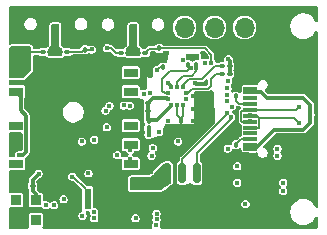
<source format=gbr>
%TF.GenerationSoftware,KiCad,Pcbnew,9.0.0*%
%TF.CreationDate,2025-06-12T14:50:32+02:00*%
%TF.ProjectId,hardware v4 pro max,68617264-7761-4726-9520-76342070726f,rev?*%
%TF.SameCoordinates,Original*%
%TF.FileFunction,Copper,L6,Bot*%
%TF.FilePolarity,Positive*%
%FSLAX46Y46*%
G04 Gerber Fmt 4.6, Leading zero omitted, Abs format (unit mm)*
G04 Created by KiCad (PCBNEW 9.0.0) date 2025-06-12 14:50:32*
%MOMM*%
%LPD*%
G01*
G04 APERTURE LIST*
G04 Aperture macros list*
%AMRoundRect*
0 Rectangle with rounded corners*
0 $1 Rounding radius*
0 $2 $3 $4 $5 $6 $7 $8 $9 X,Y pos of 4 corners*
0 Add a 4 corners polygon primitive as box body*
4,1,4,$2,$3,$4,$5,$6,$7,$8,$9,$2,$3,0*
0 Add four circle primitives for the rounded corners*
1,1,$1+$1,$2,$3*
1,1,$1+$1,$4,$5*
1,1,$1+$1,$6,$7*
1,1,$1+$1,$8,$9*
0 Add four rect primitives between the rounded corners*
20,1,$1+$1,$2,$3,$4,$5,0*
20,1,$1+$1,$4,$5,$6,$7,0*
20,1,$1+$1,$6,$7,$8,$9,0*
20,1,$1+$1,$8,$9,$2,$3,0*%
G04 Aperture macros list end*
%TA.AperFunction,ComponentPad*%
%ADD10R,1.700000X1.700000*%
%TD*%
%TA.AperFunction,ComponentPad*%
%ADD11O,1.700000X1.700000*%
%TD*%
%TA.AperFunction,SMDPad,CuDef*%
%ADD12RoundRect,0.100000X0.130000X0.100000X-0.130000X0.100000X-0.130000X-0.100000X0.130000X-0.100000X0*%
%TD*%
%TA.AperFunction,SMDPad,CuDef*%
%ADD13R,0.325000X0.300000*%
%TD*%
%TA.AperFunction,SMDPad,CuDef*%
%ADD14R,0.300000X0.325000*%
%TD*%
%TA.AperFunction,SMDPad,CuDef*%
%ADD15RoundRect,0.100000X-0.130000X-0.100000X0.130000X-0.100000X0.130000X0.100000X-0.130000X0.100000X0*%
%TD*%
%TA.AperFunction,SMDPad,CuDef*%
%ADD16RoundRect,0.100000X-0.100000X0.130000X-0.100000X-0.130000X0.100000X-0.130000X0.100000X0.130000X0*%
%TD*%
%TA.AperFunction,SMDPad,CuDef*%
%ADD17RoundRect,0.100000X0.100000X-0.130000X0.100000X0.130000X-0.100000X0.130000X-0.100000X-0.130000X0*%
%TD*%
%TA.AperFunction,SMDPad,CuDef*%
%ADD18RoundRect,0.140000X0.170000X-0.140000X0.170000X0.140000X-0.170000X0.140000X-0.170000X-0.140000X0*%
%TD*%
%TA.AperFunction,SMDPad,CuDef*%
%ADD19R,0.750000X1.800000*%
%TD*%
%TA.AperFunction,SMDPad,CuDef*%
%ADD20R,0.600000X1.800000*%
%TD*%
%TA.AperFunction,SMDPad,CuDef*%
%ADD21R,1.300000X0.900000*%
%TD*%
%TA.AperFunction,SMDPad,CuDef*%
%ADD22R,1.150000X0.300000*%
%TD*%
%TA.AperFunction,SMDPad,CuDef*%
%ADD23R,2.000000X2.180000*%
%TD*%
%TA.AperFunction,SMDPad,CuDef*%
%ADD24RoundRect,0.150000X0.150000X0.700000X-0.150000X0.700000X-0.150000X-0.700000X0.150000X-0.700000X0*%
%TD*%
%TA.AperFunction,SMDPad,CuDef*%
%ADD25RoundRect,0.250000X0.250000X1.100000X-0.250000X1.100000X-0.250000X-1.100000X0.250000X-1.100000X0*%
%TD*%
%TA.AperFunction,SMDPad,CuDef*%
%ADD26R,1.200000X0.800000*%
%TD*%
%TA.AperFunction,SMDPad,CuDef*%
%ADD27R,0.900000X0.900000*%
%TD*%
%TA.AperFunction,ViaPad*%
%ADD28C,0.400000*%
%TD*%
%TA.AperFunction,Conductor*%
%ADD29C,0.300000*%
%TD*%
%TA.AperFunction,Conductor*%
%ADD30C,0.200000*%
%TD*%
%TA.AperFunction,Conductor*%
%ADD31C,0.150000*%
%TD*%
%TA.AperFunction,Conductor*%
%ADD32C,0.332000*%
%TD*%
G04 APERTURE END LIST*
D10*
%TO.P,J3,1,Pin_1*%
%TO.N,GND*%
X148570000Y-92965000D03*
D11*
%TO.P,J3,2,Pin_2*%
%TO.N,+3.3V*%
X146030000Y-92965000D03*
%TO.P,J3,3,Pin_3*%
%TO.N,OLED_SCL*%
X143490000Y-92965000D03*
%TO.P,J3,4,Pin_4*%
%TO.N,OLED_SDA*%
X140950000Y-92965000D03*
%TD*%
D12*
%TO.P,C14,1*%
%TO.N,Net-(U5-VDD)*%
X137860000Y-100020000D03*
%TO.P,C14,2*%
%TO.N,GND*%
X137220000Y-100020000D03*
%TD*%
D13*
%TO.P,U5,1,VDDIO*%
%TO.N,Net-(U5-VDD)*%
X139540000Y-99000000D03*
%TO.P,U5,2,SCK*%
%TO.N,OLED_SCL*%
X139540000Y-98500000D03*
D14*
%TO.P,U5,3,VSS_1*%
%TO.N,GND*%
X139790000Y-97975000D03*
%TO.P,U5,4,SDI*%
%TO.N,OLED_SDA*%
X140290000Y-97975000D03*
%TO.P,U5,5,SDO*%
%TO.N,Net-(U5-SDO)*%
X140790000Y-97975000D03*
D13*
%TO.P,U5,6,CSB*%
%TO.N,Net-(U5-CSB)*%
X141040000Y-98500000D03*
%TO.P,U5,7,INT*%
%TO.N,unconnected-(U5-INT-Pad7)*%
X141040000Y-99000000D03*
D14*
%TO.P,U5,8,VSS_2*%
%TO.N,GND*%
X140790000Y-99525000D03*
%TO.P,U5,9,VSS_3*%
X140290000Y-99525000D03*
%TO.P,U5,10,VDD*%
%TO.N,Net-(U5-VDD)*%
X139790000Y-99525000D03*
%TD*%
D12*
%TO.P,C29,1*%
%TO.N,+3.3V*%
X128080000Y-106350000D03*
%TO.P,C29,2*%
%TO.N,GND*%
X127440000Y-106350000D03*
%TD*%
D15*
%TO.P,R8,1*%
%TO.N,+3.3V*%
X135535000Y-95100000D03*
%TO.P,R8,2*%
%TO.N,Net-(S2-NO)*%
X136175000Y-95100000D03*
%TD*%
D16*
%TO.P,R20,1*%
%TO.N,+3.3V*%
X141250000Y-95480000D03*
%TO.P,R20,2*%
%TO.N,OLED_SCL*%
X141250000Y-96120000D03*
%TD*%
D17*
%TO.P,R19,1*%
%TO.N,+3.3V*%
X137900000Y-101470000D03*
%TO.P,R19,2*%
%TO.N,Net-(U5-VDD)*%
X137900000Y-100830000D03*
%TD*%
%TO.P,C30,1*%
%TO.N,+3.3V*%
X139100000Y-96320000D03*
%TO.P,C30,2*%
%TO.N,GND*%
X139100000Y-95680000D03*
%TD*%
D18*
%TO.P,C10,1*%
%TO.N,+3.3V*%
X126550000Y-94930000D03*
%TO.P,C10,2*%
%TO.N,GND*%
X126550000Y-93970000D03*
%TD*%
D15*
%TO.P,R9,1*%
%TO.N,Net-(S2-NO)*%
X136975000Y-95100000D03*
%TO.P,R9,2*%
%TO.N,B2*%
X137615000Y-95100000D03*
%TD*%
D19*
%TO.P,S1,1,COM_1*%
%TO.N,GND*%
X128810000Y-93570000D03*
D20*
%TO.P,S1,2,NO*%
%TO.N,Net-(S1-NO)*%
X130035000Y-93570000D03*
D19*
%TO.P,S1,3,COM_2*%
%TO.N,GND*%
X131260000Y-93570000D03*
D21*
%TO.P,S1,MP1,MP1*%
X128185000Y-91620000D03*
%TO.P,S1,MP2,MP2*%
X131885000Y-91620000D03*
%TD*%
D15*
%TO.P,R10,1*%
%TO.N,Net-(S1-NO)*%
X130380000Y-95050000D03*
%TO.P,R10,2*%
%TO.N,B1*%
X131020000Y-95050000D03*
%TD*%
D17*
%TO.P,C6,1*%
%TO.N,B2*%
X138800000Y-94720000D03*
%TO.P,C6,2*%
%TO.N,GND*%
X138800000Y-94080000D03*
%TD*%
D15*
%TO.P,R7,1*%
%TO.N,+3.3V*%
X128930000Y-95050000D03*
%TO.P,R7,2*%
%TO.N,Net-(S1-NO)*%
X129570000Y-95050000D03*
%TD*%
D17*
%TO.P,R23,1*%
%TO.N,OLED_SDA*%
X141950000Y-96120000D03*
%TO.P,R23,2*%
%TO.N,+3.3V*%
X141950000Y-95480000D03*
%TD*%
D22*
%TO.P,J4,A1,GND*%
%TO.N,GND*%
X146492000Y-97320000D03*
%TO.P,J4,A4,VBUS*%
%TO.N,vusb*%
X146492000Y-98120000D03*
%TO.P,J4,A5,CC1*%
%TO.N,Net-(J4-CC1)*%
X146492000Y-99420000D03*
%TO.P,J4,A6,D+*%
%TO.N,D+*%
X146492000Y-100420000D03*
%TO.P,J4,A7,D-*%
%TO.N,D-*%
X146492000Y-100920000D03*
%TO.P,J4,A8*%
%TO.N,N/C*%
X146492000Y-101920000D03*
%TO.P,J4,A9,VBUS*%
%TO.N,vusb*%
X146492000Y-103220000D03*
%TO.P,J4,A12,GND*%
%TO.N,GND*%
X146492000Y-104020000D03*
%TO.P,J4,B1,GND*%
X146492000Y-103720000D03*
%TO.P,J4,B4,VBUS*%
%TO.N,vusb*%
X146492000Y-102920000D03*
%TO.P,J4,B5,CC2*%
%TO.N,Net-(J4-CC2)*%
X146492000Y-102420000D03*
%TO.P,J4,B6,D+*%
%TO.N,D+*%
X146492000Y-101420000D03*
%TO.P,J4,B7,D-*%
%TO.N,D-*%
X146492000Y-99920000D03*
%TO.P,J4,B8*%
%TO.N,N/C*%
X146492000Y-98920000D03*
%TO.P,J4,B9,VBUS*%
%TO.N,vusb*%
X146492000Y-98420000D03*
%TO.P,J4,B12,GND*%
%TO.N,GND*%
X146492000Y-97620000D03*
D23*
%TO.P,J4,MP1,MP1*%
X150997000Y-95560000D03*
%TO.P,J4,MP2,MP2*%
X150997000Y-105780000D03*
%TO.P,J4,MP3,MP3*%
X147067000Y-95560000D03*
%TO.P,J4,MP4,MP4*%
X147067000Y-105780000D03*
%TD*%
D16*
%TO.P,R15,1*%
%TO.N,Net-(J4-CC2)*%
X145320000Y-102860000D03*
%TO.P,R15,2*%
%TO.N,GND*%
X145320000Y-103500000D03*
%TD*%
D12*
%TO.P,C19,1*%
%TO.N,Net-(U5-VDD)*%
X137870000Y-99310000D03*
%TO.P,C19,2*%
%TO.N,GND*%
X137230000Y-99310000D03*
%TD*%
D15*
%TO.P,R22,1*%
%TO.N,Net-(U5-SDO)*%
X144130000Y-96200000D03*
%TO.P,R22,2*%
%TO.N,+3.3V*%
X144770000Y-96200000D03*
%TD*%
D17*
%TO.P,R14,1*%
%TO.N,Net-(J4-CC1)*%
X145300000Y-98770000D03*
%TO.P,R14,2*%
%TO.N,GND*%
X145300000Y-98130000D03*
%TD*%
D24*
%TO.P,U1,1,1*%
%TO.N,GND*%
X143240000Y-105290000D03*
%TO.P,U1,2,2*%
%TO.N,GPIO_SUP_1*%
X141990000Y-105290000D03*
%TO.P,U1,3,3*%
%TO.N,GPIO_SUP_2*%
X140740000Y-105290000D03*
%TO.P,U1,4,4*%
%TO.N,+3.3V*%
X139490000Y-105290000D03*
D25*
%TO.P,U1,MP,MP*%
%TO.N,GND*%
X145090000Y-108490000D03*
X137640000Y-108490000D03*
%TD*%
D12*
%TO.P,R24,1*%
%TO.N,+3.3V*%
X144770000Y-96900000D03*
%TO.P,R24,2*%
%TO.N,Net-(U5-CSB)*%
X144130000Y-96900000D03*
%TD*%
D19*
%TO.P,S2,1,COM_1*%
%TO.N,GND*%
X135365000Y-93585000D03*
D20*
%TO.P,S2,2,NO*%
%TO.N,Net-(S2-NO)*%
X136590000Y-93585000D03*
D19*
%TO.P,S2,3,COM_2*%
%TO.N,GND*%
X137815000Y-93585000D03*
D21*
%TO.P,S2,MP1,MP1*%
X134740000Y-91635000D03*
%TO.P,S2,MP2,MP2*%
X138440000Y-91635000D03*
%TD*%
D17*
%TO.P,C7,1*%
%TO.N,B1*%
X132500000Y-94820000D03*
%TO.P,C7,2*%
%TO.N,GND*%
X132500000Y-94180000D03*
%TD*%
D26*
%TO.P,PA1010D1,1,I2C_SDA*%
%TO.N,unconnected-(PA1010D1-I2C_SDA-Pad1)*%
X136380000Y-96780000D03*
%TO.P,PA1010D1,2,I2C_SCL*%
%TO.N,unconnected-(PA1010D1-I2C_SCL-Pad2)*%
X136380000Y-98380000D03*
%TO.P,PA1010D1,3,1PPS*%
%TO.N,unconnected-(PA1010D1-1PPS-Pad3)*%
X136380000Y-101280000D03*
%TO.P,PA1010D1,4,TX*%
%TO.N,Net-(PA1010D1-TX)*%
X136380000Y-102880000D03*
%TO.P,PA1010D1,5,RX*%
%TO.N,Net-(PA1010D1-RX)*%
X136380000Y-104480000D03*
%TO.P,PA1010D1,6,NRESET*%
%TO.N,unconnected-(PA1010D1-NRESET-Pad6)*%
X126680000Y-104480000D03*
%TO.P,PA1010D1,7,GND*%
%TO.N,GND*%
X126680000Y-102880000D03*
%TO.P,PA1010D1,8,WAKE_UP*%
%TO.N,unconnected-(PA1010D1-WAKE_UP-Pad8)*%
X126680000Y-101280000D03*
%TO.P,PA1010D1,9,VBACKUP*%
%TO.N,Net-(BT1-+)*%
X126680000Y-98380000D03*
%TO.P,PA1010D1,10,VCC*%
%TO.N,+3.3V*%
X126680000Y-96780000D03*
%TD*%
D27*
%TO.P,LED1,1,DOUT*%
%TO.N,unconnected-(LED1-DOUT-Pad1)*%
X128340000Y-109270000D03*
%TO.P,LED1,2,VDD*%
%TO.N,+3.3V*%
X128340000Y-107570000D03*
%TO.P,LED1,3,DIN*%
%TO.N,LED_PWM*%
X126640000Y-107570000D03*
%TO.P,LED1,4,GND*%
%TO.N,GND*%
X126640000Y-109270000D03*
%TD*%
D19*
%TO.P,S3,1,COM_1*%
%TO.N,GND*%
X133965000Y-107435000D03*
D20*
%TO.P,S3,2,NO*%
%TO.N,Net-(IC4-~{PB})*%
X132740000Y-107435000D03*
D19*
%TO.P,S3,3,COM_2*%
%TO.N,GND*%
X131515000Y-107435000D03*
D21*
%TO.P,S3,MP1,MP1*%
X134590000Y-109385000D03*
%TO.P,S3,MP2,MP2*%
X130890000Y-109385000D03*
%TD*%
D28*
%TO.N,Net-(BT1-+)*%
X126950000Y-103730000D03*
%TO.N,GND*%
X135400000Y-98100000D03*
X131310840Y-101330404D03*
X138430000Y-107710000D03*
X137800000Y-93200000D03*
X146150000Y-96180000D03*
X130060000Y-91880000D03*
X130550000Y-95950000D03*
X128800000Y-93300000D03*
X141830000Y-107780000D03*
X129950000Y-98550000D03*
X143900000Y-104190000D03*
X129950000Y-95700000D03*
X129150000Y-95700000D03*
X136200000Y-109700000D03*
X134400000Y-105600000D03*
X137300000Y-97020000D03*
X147060000Y-94160000D03*
X128350000Y-97950000D03*
X131100000Y-109700000D03*
X135300000Y-105700000D03*
X126420000Y-105370000D03*
X138200000Y-95450000D03*
X126900000Y-102200000D03*
X139350000Y-95300000D03*
X145070000Y-107210000D03*
X127670000Y-93820000D03*
X136680000Y-107530000D03*
X151580000Y-97700000D03*
X131300000Y-93300000D03*
X133950000Y-96050000D03*
X131850000Y-96050000D03*
X130600000Y-106100000D03*
X145380000Y-97520000D03*
X138100000Y-104400000D03*
X134000000Y-98100000D03*
X142900000Y-94250000D03*
X146290000Y-96930000D03*
X133300000Y-98100000D03*
X141680000Y-99810000D03*
X131200000Y-98100000D03*
X130550000Y-98300000D03*
X135810000Y-107500000D03*
X131940404Y-101279160D03*
X148720000Y-106660000D03*
X130600000Y-99340000D03*
X136150000Y-97630000D03*
X127520000Y-108410000D03*
X135200000Y-109700000D03*
X144490000Y-106720000D03*
X132320000Y-99200000D03*
X126360000Y-93240000D03*
X128350000Y-96300000D03*
X132460000Y-100920000D03*
X141290000Y-94240000D03*
X142740000Y-108990000D03*
X148640000Y-91490000D03*
X142720000Y-97690000D03*
X129580000Y-109500000D03*
X127450000Y-108990000D03*
X133150000Y-96050000D03*
X131900000Y-107000000D03*
X144680000Y-91590000D03*
X131119596Y-98980840D03*
X128350000Y-97150000D03*
X148330000Y-97680000D03*
X140630000Y-100860000D03*
X128680000Y-103360000D03*
X129150000Y-98550000D03*
X129500000Y-106400000D03*
X136990000Y-102010000D03*
X126300000Y-102200000D03*
X143710000Y-95520000D03*
X142750000Y-95350000D03*
X139510000Y-97630000D03*
X141680000Y-100860000D03*
X151050000Y-103950000D03*
X126360000Y-91560000D03*
X133820000Y-95330000D03*
X143300000Y-105300000D03*
X145080000Y-107770000D03*
X139580000Y-100860000D03*
X129200000Y-107000000D03*
X136590000Y-91750000D03*
X151050000Y-103150000D03*
X136000000Y-100210000D03*
X140420000Y-108740000D03*
X131300000Y-94000000D03*
X130329596Y-99910840D03*
X130000000Y-107000000D03*
X131900000Y-98100000D03*
X128350000Y-95700000D03*
X133230000Y-91600000D03*
X151930000Y-107340000D03*
X140420000Y-91540000D03*
X144730000Y-94040000D03*
X147260000Y-91500000D03*
X150400000Y-104550000D03*
X132300000Y-101950000D03*
X130610000Y-104330000D03*
X146100000Y-104100000D03*
X137490000Y-98030000D03*
X137980000Y-97020000D03*
X135370000Y-100720000D03*
X139690000Y-93490000D03*
X126490000Y-106010000D03*
X135950000Y-96050000D03*
X130380840Y-100540404D03*
X142600000Y-106230000D03*
X139520000Y-91550000D03*
X135400000Y-93200000D03*
X137600000Y-107520000D03*
X132500000Y-95500000D03*
X128350000Y-98550000D03*
X145870000Y-107290000D03*
X134700000Y-98100000D03*
X151760000Y-91550000D03*
X144460000Y-107790000D03*
X131150000Y-96050000D03*
X135840000Y-103590000D03*
X133700000Y-107000000D03*
X151960000Y-109660000D03*
X127670000Y-105340000D03*
X138100000Y-105200000D03*
X128800000Y-94000000D03*
X134950000Y-102000000D03*
X132600000Y-98100000D03*
X133970000Y-103730000D03*
X127430000Y-109590000D03*
X142730000Y-98760000D03*
X149460000Y-109500000D03*
X141680000Y-98760000D03*
X147440000Y-97030000D03*
X149780000Y-107600000D03*
X132679160Y-99719596D03*
X142730000Y-99810000D03*
X131749160Y-98929596D03*
X149150000Y-104550000D03*
X134700000Y-96050000D03*
X145340000Y-100170000D03*
X148780000Y-102170000D03*
X142730000Y-100860000D03*
X141800000Y-97680000D03*
X130740000Y-101060000D03*
X132730404Y-100349160D03*
X134070000Y-102820000D03*
X127120000Y-105730000D03*
X137020000Y-100090000D03*
%TO.N,+3.3V*%
X137090000Y-105890000D03*
X136580000Y-105940000D03*
X135790000Y-99550000D03*
X144950000Y-99650000D03*
X144650000Y-95630000D03*
X137900000Y-102050000D03*
X128580000Y-105330000D03*
X134350000Y-101400000D03*
X140800000Y-95700000D03*
X138600000Y-96550000D03*
X132250000Y-102600000D03*
X126550000Y-95800000D03*
X136310000Y-99560000D03*
X133300000Y-102450000D03*
X134380000Y-94710000D03*
X141600000Y-95650000D03*
X144600000Y-103200000D03*
X137015000Y-106400000D03*
X127150000Y-95800000D03*
X137595000Y-105825000D03*
%TO.N,vusb*%
X132300000Y-108900000D03*
X133300000Y-109100000D03*
X151600000Y-100300000D03*
X130700000Y-107500000D03*
X149300000Y-106100000D03*
X149300000Y-106800000D03*
%TO.N,B2*%
X143210000Y-95940000D03*
%TO.N,B1*%
X133080000Y-94810000D03*
X142660000Y-95960000D03*
%TO.N,FSPIWP*%
X140400000Y-102600000D03*
X145400000Y-104700000D03*
%TO.N,OLED_SCL*%
X141450000Y-96350000D03*
%TO.N,OLED_SDA*%
X141950000Y-96350000D03*
%TO.N,FSPICS2*%
X144570000Y-98100000D03*
X146100000Y-107900000D03*
%TO.N,Net-(PA1010D1-RX)*%
X136350000Y-104100000D03*
%TO.N,Net-(PA1010D1-TX)*%
X136350000Y-103300000D03*
%TO.N,GPSRX*%
X138150000Y-103800000D03*
X144500000Y-99150000D03*
%TO.N,GPSTX*%
X138250000Y-103150000D03*
X144560000Y-98640000D03*
%TO.N,BAT+*%
X148800000Y-103200000D03*
X138570413Y-109190391D03*
X129900000Y-108000000D03*
X138550000Y-109690000D03*
X129200000Y-108000000D03*
X138570000Y-108710000D03*
X148800000Y-103800000D03*
%TO.N,D+*%
X146500000Y-100400000D03*
X150650000Y-101000000D03*
%TO.N,D-*%
X150650000Y-99650000D03*
X146500000Y-100900000D03*
%TO.N,FSPIQ*%
X145400000Y-106100000D03*
X138800000Y-101800000D03*
%TO.N,LED_PWM*%
X144630000Y-97510000D03*
X126610000Y-107540000D03*
%TO.N,EN*%
X136800000Y-109100000D03*
X132800000Y-105300000D03*
%TO.N,Net-(IC1-VDDA3P3_1)*%
X134580000Y-99590000D03*
X134260000Y-99980000D03*
X138010000Y-98520000D03*
X137510000Y-98560000D03*
%TO.N,KILL*%
X135250000Y-103750000D03*
X133300000Y-108600000D03*
%TO.N,Net-(IC4-~{PB})*%
X131440000Y-105570000D03*
%TO.N,GPIO_SUP_1*%
X144890000Y-100540000D03*
%TO.N,GPIO_SUP_2*%
X144500000Y-100150000D03*
%TD*%
D29*
%TO.N,Net-(BT1-+)*%
X127530000Y-103490000D02*
X127530000Y-100420000D01*
X127070000Y-99960000D02*
X127070000Y-98770000D01*
X127530000Y-100420000D02*
X127070000Y-99960000D01*
X127290000Y-103730000D02*
X127530000Y-103490000D01*
X127070000Y-98770000D02*
X126680000Y-98380000D01*
X126950000Y-103730000D02*
X127290000Y-103730000D01*
D30*
%TO.N,GND*%
X140290000Y-100370000D02*
X140600000Y-100680000D01*
D29*
X139790000Y-97975000D02*
X139790000Y-97910000D01*
D30*
X140800000Y-99535000D02*
X140800000Y-100480000D01*
D29*
X139790000Y-97910000D02*
X139510000Y-97630000D01*
D30*
X140790000Y-99525000D02*
X140800000Y-99535000D01*
D31*
X151450000Y-94750000D02*
X151020000Y-95180000D01*
D30*
X140800000Y-100480000D02*
X140600000Y-100680000D01*
X140290000Y-99525000D02*
X140290000Y-100370000D01*
X140600000Y-101650000D02*
X140600000Y-100680000D01*
D31*
X151710000Y-94750000D02*
X151450000Y-94750000D01*
D30*
%TO.N,+3.3V*%
X128930000Y-95050000D02*
X127350000Y-95050000D01*
X138830000Y-96320000D02*
X138600000Y-96550000D01*
D29*
X144770000Y-96900000D02*
X144770000Y-95760000D01*
D30*
X127150000Y-95250000D02*
X127150000Y-95800000D01*
X127350000Y-95050000D02*
X127150000Y-95250000D01*
D29*
X144770000Y-95760000D02*
X144630000Y-95620000D01*
D30*
X139100000Y-96320000D02*
X138830000Y-96320000D01*
X135100000Y-95100000D02*
X135535000Y-95100000D01*
X134710000Y-94710000D02*
X135100000Y-95100000D01*
D29*
X128340000Y-107570000D02*
X128340000Y-107070000D01*
D30*
X134380000Y-94710000D02*
X134710000Y-94710000D01*
D29*
X128340000Y-107070000D02*
X128070000Y-106800000D01*
X128070000Y-106800000D02*
X128070000Y-105830000D01*
X137900000Y-101470000D02*
X137900000Y-102050000D01*
X128070000Y-105830000D02*
X128580000Y-105320000D01*
D32*
%TO.N,vusb*%
X146492000Y-103220000D02*
X146880000Y-103220000D01*
X148500000Y-101600000D02*
X150000000Y-101600000D01*
X151600000Y-101000000D02*
X151600000Y-100300000D01*
X146880000Y-103220000D02*
X147300000Y-102800000D01*
X151600000Y-99500000D02*
X151600000Y-100300000D01*
X151000000Y-101600000D02*
X151500000Y-101100000D01*
X151500000Y-101100000D02*
X151600000Y-101000000D01*
X150000000Y-101600000D02*
X151000000Y-101600000D01*
X147420000Y-98420000D02*
X147900000Y-98900000D01*
X147300000Y-102800000D02*
X148500000Y-101600000D01*
X146492000Y-98420000D02*
X147420000Y-98420000D01*
X147900000Y-98900000D02*
X151000000Y-98900000D01*
X151000000Y-98900000D02*
X151600000Y-99500000D01*
D31*
%TO.N,B2*%
X142690000Y-94720000D02*
X143220000Y-95250000D01*
X143220000Y-95250000D02*
X143220000Y-95920000D01*
X138800000Y-94720000D02*
X142690000Y-94720000D01*
X137615000Y-95100000D02*
X137965000Y-94750000D01*
X137965000Y-94750000D02*
X138800000Y-94750000D01*
%TO.N,B1*%
X131010000Y-95090000D02*
X131000000Y-95100000D01*
X132290000Y-95010000D02*
X132500000Y-94800000D01*
X133070000Y-94820000D02*
X133080000Y-94810000D01*
X132500000Y-94820000D02*
X133070000Y-94820000D01*
X133080000Y-94810000D02*
X133100000Y-94790000D01*
X131090000Y-95010000D02*
X132290000Y-95010000D01*
X131110000Y-95090000D02*
X131010000Y-95090000D01*
X131030000Y-95070000D02*
X131090000Y-95010000D01*
%TO.N,OLED_SCL*%
X139680000Y-96650000D02*
X139050000Y-97280000D01*
X141110000Y-96650000D02*
X139680000Y-96650000D01*
X141445000Y-96315000D02*
X141110000Y-96650000D01*
X139050000Y-98300000D02*
X139250000Y-98500000D01*
X139050000Y-97280000D02*
X139050000Y-98300000D01*
X141250000Y-96120000D02*
X141445000Y-96315000D01*
X139250000Y-98500000D02*
X139550000Y-98500000D01*
%TO.N,OLED_SDA*%
X140850000Y-97050000D02*
X140300000Y-97600000D01*
X141550000Y-97050000D02*
X140850000Y-97050000D01*
X141950000Y-96650000D02*
X141550000Y-97050000D01*
X140300000Y-97600000D02*
X140300000Y-97950000D01*
X141950000Y-96120000D02*
X141950000Y-96650000D01*
%TO.N,Net-(J4-CC2)*%
X145740000Y-102400000D02*
X146500000Y-102400000D01*
X145300000Y-102840000D02*
X145740000Y-102400000D01*
%TO.N,Net-(J4-CC1)*%
X145550000Y-99400000D02*
X145300000Y-99150000D01*
X146500000Y-99400000D02*
X145550000Y-99400000D01*
X145300000Y-99150000D02*
X145300000Y-98800000D01*
%TO.N,Net-(PA1010D1-RX)*%
X136350000Y-104100000D02*
X136350000Y-104450000D01*
X136350000Y-104450000D02*
X136380000Y-104480000D01*
%TO.N,Net-(PA1010D1-TX)*%
X136350000Y-103300000D02*
X136350000Y-102910000D01*
X136350000Y-102910000D02*
X136380000Y-102880000D01*
%TO.N,D+*%
X147094999Y-100450000D02*
X147064999Y-100420000D01*
X147220000Y-101420000D02*
X147250000Y-101390000D01*
X147100000Y-100450000D02*
X147094999Y-100450000D01*
X150200000Y-100600000D02*
X150650000Y-101050000D01*
X146490000Y-101420000D02*
X147220000Y-101420000D01*
X147064999Y-100420000D02*
X146490000Y-100420000D01*
X147250000Y-101390000D02*
X147250000Y-100600000D01*
X147250000Y-100600000D02*
X150200000Y-100600000D01*
X147250000Y-100600000D02*
X147100000Y-100450000D01*
%TO.N,D-*%
X146490000Y-99920000D02*
X145915001Y-99920000D01*
X145915001Y-99920000D02*
X145740000Y-100095001D01*
D30*
X150650000Y-99650000D02*
X150550000Y-99650000D01*
X146492000Y-99920000D02*
X150380000Y-99920000D01*
D31*
X145810000Y-100920000D02*
X146490000Y-100920000D01*
D30*
X150380000Y-99920000D02*
X150650000Y-99650000D01*
D31*
X145740000Y-100850000D02*
X145810000Y-100920000D01*
X145740000Y-100095001D02*
X145740000Y-100850000D01*
D29*
%TO.N,Net-(U5-VDD)*%
X139790000Y-99525000D02*
X139790000Y-99620000D01*
X138250000Y-98930000D02*
X137900000Y-99280000D01*
X139540000Y-99000000D02*
X139470000Y-98930000D01*
X138600000Y-100800000D02*
X137850000Y-100800000D01*
X137850000Y-100800000D02*
X137850000Y-99400000D01*
X139790000Y-99620000D02*
X139060000Y-100350000D01*
X139060000Y-100350000D02*
X139050000Y-100350000D01*
X139050000Y-100350000D02*
X138600000Y-100800000D01*
X139470000Y-98930000D02*
X138250000Y-98930000D01*
D31*
%TO.N,Net-(U5-SDO)*%
X140790000Y-97975000D02*
X140800000Y-97965000D01*
X143550000Y-96200000D02*
X144150000Y-96200000D01*
X141350000Y-97300000D02*
X142450000Y-97300000D01*
X140790000Y-97975000D02*
X140790000Y-97860000D01*
X140790000Y-97860000D02*
X141350000Y-97300000D01*
X142450000Y-97300000D02*
X143550000Y-96200000D01*
%TO.N,Net-(U5-CSB)*%
X142900000Y-98120000D02*
X143140000Y-97880000D01*
X143600000Y-96900000D02*
X144150000Y-96900000D01*
X143140000Y-97350000D02*
X143590000Y-96900000D01*
X141200000Y-98500000D02*
X141580000Y-98120000D01*
X141580000Y-98120000D02*
X142900000Y-98120000D01*
X141040000Y-98500000D02*
X141200000Y-98500000D01*
X143140000Y-97880000D02*
X143140000Y-97350000D01*
%TO.N,Net-(S1-NO)*%
X130035000Y-95035000D02*
X130090000Y-95090000D01*
X129475000Y-95100000D02*
X130300000Y-95100000D01*
X130035000Y-93570000D02*
X130035000Y-95035000D01*
%TO.N,Net-(S2-NO)*%
X136590000Y-93585000D02*
X136590000Y-93075000D01*
X136590000Y-94080000D02*
X136590000Y-93585000D01*
%TO.N,unconnected-(U5-INT-Pad7)*%
X141040000Y-99000000D02*
X141040000Y-99020000D01*
%TO.N,Net-(IC4-~{PB})*%
X132600000Y-106985000D02*
X132740000Y-107125000D01*
X132740000Y-107125000D02*
X132740000Y-107435000D01*
X131520000Y-105580000D02*
X132600000Y-106660000D01*
X131430000Y-105580000D02*
X131520000Y-105580000D01*
X132600000Y-106660000D02*
X132600000Y-106985000D01*
X131440000Y-105570000D02*
X131430000Y-105560000D01*
X131430000Y-105560000D02*
X131430000Y-105580000D01*
%TO.N,GPIO_SUP_1*%
X141990000Y-103600000D02*
X144870000Y-100720000D01*
X141990000Y-105290000D02*
X141990000Y-103600000D01*
X144870000Y-100720000D02*
X144870000Y-100570000D01*
%TO.N,GPIO_SUP_2*%
X144480000Y-100360000D02*
X144480000Y-100150000D01*
X140740000Y-104100000D02*
X144480000Y-100360000D01*
X140740000Y-105290000D02*
X140740000Y-104100000D01*
%TD*%
%TA.AperFunction,Conductor*%
%TO.N,GND*%
G36*
X142833835Y-97337585D02*
G01*
X142889768Y-97379457D01*
X142914184Y-97444921D01*
X142914500Y-97453766D01*
X142914500Y-97735233D01*
X142894815Y-97802272D01*
X142878181Y-97822914D01*
X142842914Y-97858181D01*
X142781591Y-97891666D01*
X142755233Y-97894500D01*
X141884000Y-97894500D01*
X141875314Y-97891949D01*
X141866353Y-97893238D01*
X141842312Y-97882259D01*
X141816961Y-97874815D01*
X141811033Y-97867974D01*
X141802797Y-97864213D01*
X141788507Y-97841978D01*
X141771206Y-97822011D01*
X141768918Y-97811496D01*
X141765023Y-97805435D01*
X141760000Y-97770500D01*
X141760000Y-97649500D01*
X141779685Y-97582461D01*
X141832489Y-97536706D01*
X141884000Y-97525500D01*
X142390703Y-97525500D01*
X142390711Y-97525501D01*
X142405145Y-97525501D01*
X142494853Y-97525501D01*
X142494855Y-97525501D01*
X142553460Y-97501225D01*
X142577736Y-97491170D01*
X142641170Y-97427736D01*
X142641170Y-97427734D01*
X142702820Y-97366083D01*
X142764143Y-97332599D01*
X142833835Y-97337585D01*
G37*
%TD.AperFunction*%
%TA.AperFunction,Conductor*%
G36*
X142612272Y-94965185D02*
G01*
X142632914Y-94981819D01*
X142958181Y-95307086D01*
X142972884Y-95334013D01*
X142989477Y-95359832D01*
X142990368Y-95366032D01*
X142991666Y-95368409D01*
X142994500Y-95394767D01*
X142994500Y-95533626D01*
X142974815Y-95600665D01*
X142922011Y-95646420D01*
X142852853Y-95656364D01*
X142808501Y-95641014D01*
X142795290Y-95633386D01*
X142728536Y-95615500D01*
X142706144Y-95609500D01*
X142613856Y-95609500D01*
X142524712Y-95633386D01*
X142524711Y-95633386D01*
X142516861Y-95635490D01*
X142516354Y-95633600D01*
X142457462Y-95639922D01*
X142394988Y-95608636D01*
X142359346Y-95548541D01*
X142355500Y-95517896D01*
X142355500Y-95324008D01*
X142355499Y-95323991D01*
X142354249Y-95312364D01*
X142351946Y-95290945D01*
X142340740Y-95239434D01*
X142313975Y-95185965D01*
X142306313Y-95170657D01*
X142289023Y-95150704D01*
X142281615Y-95134483D01*
X142269941Y-95121011D01*
X142267403Y-95103366D01*
X142259997Y-95087148D01*
X142262534Y-95069499D01*
X142259997Y-95051853D01*
X142267402Y-95035636D01*
X142269940Y-95017990D01*
X142281614Y-95004516D01*
X142289022Y-94988297D01*
X142304020Y-94978657D01*
X142315695Y-94965185D01*
X142332801Y-94960161D01*
X142347800Y-94950523D01*
X142382733Y-94945500D01*
X142545233Y-94945500D01*
X142612272Y-94965185D01*
G37*
%TD.AperFunction*%
%TA.AperFunction,Conductor*%
G36*
X152192539Y-91190185D02*
G01*
X152238294Y-91242989D01*
X152249500Y-91294500D01*
X152249500Y-92361725D01*
X152229815Y-92428764D01*
X152177011Y-92474519D01*
X152107853Y-92484463D01*
X152044297Y-92455438D01*
X152015015Y-92418020D01*
X151941231Y-92273211D01*
X151934899Y-92264496D01*
X151839414Y-92133072D01*
X151716928Y-92010586D01*
X151576788Y-91908768D01*
X151422445Y-91830127D01*
X151257701Y-91776598D01*
X151257699Y-91776597D01*
X151257698Y-91776597D01*
X151126271Y-91755781D01*
X151086611Y-91749500D01*
X150913389Y-91749500D01*
X150873728Y-91755781D01*
X150742302Y-91776597D01*
X150577552Y-91830128D01*
X150423211Y-91908768D01*
X150359812Y-91954831D01*
X150283072Y-92010586D01*
X150283070Y-92010588D01*
X150283069Y-92010588D01*
X150160588Y-92133069D01*
X150160588Y-92133070D01*
X150160586Y-92133072D01*
X150152283Y-92144500D01*
X150058768Y-92273211D01*
X149980128Y-92427552D01*
X149926597Y-92592302D01*
X149899744Y-92761845D01*
X149899500Y-92763386D01*
X149899500Y-92936610D01*
X149926250Y-93105507D01*
X149926598Y-93107701D01*
X149980127Y-93272445D01*
X150058768Y-93426788D01*
X150160586Y-93566928D01*
X150283072Y-93689414D01*
X150423212Y-93791232D01*
X150577555Y-93869873D01*
X150742299Y-93923402D01*
X150913389Y-93950500D01*
X150913390Y-93950500D01*
X151086610Y-93950500D01*
X151086611Y-93950500D01*
X151257701Y-93923402D01*
X151422445Y-93869873D01*
X151576788Y-93791232D01*
X151716928Y-93689414D01*
X151839414Y-93566928D01*
X151941232Y-93426788D01*
X152015015Y-93281980D01*
X152062989Y-93231183D01*
X152130810Y-93214388D01*
X152196945Y-93236925D01*
X152240397Y-93291640D01*
X152249500Y-93338274D01*
X152249500Y-108091725D01*
X152229815Y-108158764D01*
X152177011Y-108204519D01*
X152107853Y-108214463D01*
X152044297Y-108185438D01*
X152015015Y-108148020D01*
X151979703Y-108078717D01*
X151941232Y-108003212D01*
X151839414Y-107863072D01*
X151716928Y-107740586D01*
X151576788Y-107638768D01*
X151448469Y-107573387D01*
X151422447Y-107560128D01*
X151422446Y-107560127D01*
X151422445Y-107560127D01*
X151257701Y-107506598D01*
X151257699Y-107506597D01*
X151257698Y-107506597D01*
X151126271Y-107485781D01*
X151086611Y-107479500D01*
X150913389Y-107479500D01*
X150873728Y-107485781D01*
X150742302Y-107506597D01*
X150577552Y-107560128D01*
X150423211Y-107638768D01*
X150359875Y-107684785D01*
X150283072Y-107740586D01*
X150283070Y-107740588D01*
X150283069Y-107740588D01*
X150160588Y-107863069D01*
X150160588Y-107863070D01*
X150160586Y-107863072D01*
X150144889Y-107884677D01*
X150058768Y-108003211D01*
X149980128Y-108157552D01*
X149980127Y-108157554D01*
X149980127Y-108157555D01*
X149973805Y-108177011D01*
X149926597Y-108322302D01*
X149899746Y-108491834D01*
X149899500Y-108493389D01*
X149899500Y-108666611D01*
X149902379Y-108684788D01*
X149924192Y-108822514D01*
X149926598Y-108837701D01*
X149980127Y-109002445D01*
X150058768Y-109156788D01*
X150160586Y-109296928D01*
X150283072Y-109419414D01*
X150423212Y-109521232D01*
X150577555Y-109599873D01*
X150742299Y-109653402D01*
X150913389Y-109680500D01*
X150913390Y-109680500D01*
X151086610Y-109680500D01*
X151086611Y-109680500D01*
X151257701Y-109653402D01*
X151422445Y-109599873D01*
X151576788Y-109521232D01*
X151716928Y-109419414D01*
X151839414Y-109296928D01*
X151941232Y-109156788D01*
X152010093Y-109021640D01*
X152015015Y-109011980D01*
X152062989Y-108961183D01*
X152130810Y-108944388D01*
X152196945Y-108966925D01*
X152240397Y-109021640D01*
X152249500Y-109068274D01*
X152249500Y-109845500D01*
X152229815Y-109912539D01*
X152177011Y-109958294D01*
X152125500Y-109969500D01*
X138999572Y-109969500D01*
X138932533Y-109949815D01*
X138886778Y-109897011D01*
X138876834Y-109827853D01*
X138879794Y-109813418D01*
X138900500Y-109736144D01*
X138900500Y-109643856D01*
X138876614Y-109554712D01*
X138856499Y-109519872D01*
X138840026Y-109451976D01*
X138856499Y-109395874D01*
X138897027Y-109325679D01*
X138920913Y-109236535D01*
X138920913Y-109144247D01*
X138897027Y-109055103D01*
X138897026Y-109055101D01*
X138897026Y-109055100D01*
X138872048Y-109011839D01*
X138855574Y-108943939D01*
X138872048Y-108887836D01*
X138896614Y-108845288D01*
X138920500Y-108756144D01*
X138920500Y-108663856D01*
X138896614Y-108574712D01*
X138895849Y-108573387D01*
X138850473Y-108494794D01*
X138850470Y-108494791D01*
X138850469Y-108494788D01*
X138785212Y-108429531D01*
X138785209Y-108429529D01*
X138785205Y-108429526D01*
X138705293Y-108383388D01*
X138705290Y-108383387D01*
X138705289Y-108383386D01*
X138705288Y-108383386D01*
X138616144Y-108359500D01*
X138523856Y-108359500D01*
X138434712Y-108383386D01*
X138434711Y-108383386D01*
X138434709Y-108383387D01*
X138434706Y-108383388D01*
X138354794Y-108429526D01*
X138354785Y-108429533D01*
X138289533Y-108494785D01*
X138289526Y-108494794D01*
X138243388Y-108574706D01*
X138243387Y-108574709D01*
X138243386Y-108574711D01*
X138243386Y-108574712D01*
X138219500Y-108663856D01*
X138219500Y-108756144D01*
X138236485Y-108819533D01*
X138243386Y-108845288D01*
X138268365Y-108888552D01*
X138284838Y-108956452D01*
X138268365Y-109012554D01*
X138243799Y-109055101D01*
X138219913Y-109144247D01*
X138219913Y-109236534D01*
X138243799Y-109325681D01*
X138263912Y-109360515D01*
X138280386Y-109428415D01*
X138263913Y-109484518D01*
X138223386Y-109554710D01*
X138211285Y-109599873D01*
X138199500Y-109643856D01*
X138199500Y-109736144D01*
X138220202Y-109813408D01*
X138218540Y-109883256D01*
X138179378Y-109941119D01*
X138115149Y-109968623D01*
X138100428Y-109969500D01*
X129036281Y-109969500D01*
X128969242Y-109949815D01*
X128923487Y-109897011D01*
X128913543Y-109827853D01*
X128927915Y-109790342D01*
X128927094Y-109790002D01*
X128931764Y-109778726D01*
X128931767Y-109778722D01*
X128940237Y-109736144D01*
X128940500Y-109734822D01*
X128940500Y-108805177D01*
X128931768Y-108761282D01*
X128931767Y-108761281D01*
X128931767Y-108761278D01*
X128898504Y-108711496D01*
X128898503Y-108711495D01*
X128848724Y-108678234D01*
X128848717Y-108678231D01*
X128804822Y-108669500D01*
X128804820Y-108669500D01*
X127875180Y-108669500D01*
X127875178Y-108669500D01*
X127831282Y-108678231D01*
X127831275Y-108678234D01*
X127781496Y-108711495D01*
X127781495Y-108711496D01*
X127748234Y-108761275D01*
X127748231Y-108761282D01*
X127739500Y-108805177D01*
X127739500Y-108805180D01*
X127739500Y-109734820D01*
X127739500Y-109734822D01*
X127739499Y-109734822D01*
X127748231Y-109778717D01*
X127752906Y-109790002D01*
X127751232Y-109790695D01*
X127767699Y-109843292D01*
X127749212Y-109910671D01*
X127697231Y-109957359D01*
X127643719Y-109969500D01*
X126174500Y-109969500D01*
X126107461Y-109949815D01*
X126061706Y-109897011D01*
X126050500Y-109845500D01*
X126050500Y-108294500D01*
X126070185Y-108227461D01*
X126122989Y-108181706D01*
X126174500Y-108170500D01*
X127104822Y-108170500D01*
X127148717Y-108161768D01*
X127148717Y-108161767D01*
X127148722Y-108161767D01*
X127198504Y-108128504D01*
X127231767Y-108078722D01*
X127231768Y-108078717D01*
X127240500Y-108034822D01*
X127240500Y-107105177D01*
X127231768Y-107061282D01*
X127231767Y-107061279D01*
X127231767Y-107061278D01*
X127198504Y-107011496D01*
X127198503Y-107011495D01*
X127148724Y-106978234D01*
X127148717Y-106978231D01*
X127104822Y-106969500D01*
X127104820Y-106969500D01*
X126175180Y-106969500D01*
X126174500Y-106969500D01*
X126107461Y-106949815D01*
X126061706Y-106897011D01*
X126050500Y-106845500D01*
X126050500Y-106225326D01*
X127699500Y-106225326D01*
X127699500Y-106241614D01*
X127699500Y-106474678D01*
X127714032Y-106547735D01*
X127714033Y-106547739D01*
X127748603Y-106599477D01*
X127769480Y-106666155D01*
X127769500Y-106668367D01*
X127769500Y-106839562D01*
X127789979Y-106915989D01*
X127789980Y-106915991D01*
X127791276Y-106920827D01*
X127789613Y-106990676D01*
X127774604Y-107021811D01*
X127748232Y-107061279D01*
X127748231Y-107061282D01*
X127739500Y-107105177D01*
X127739500Y-107105180D01*
X127739500Y-108034820D01*
X127739500Y-108034822D01*
X127739499Y-108034822D01*
X127748231Y-108078717D01*
X127748234Y-108078724D01*
X127781495Y-108128503D01*
X127781496Y-108128504D01*
X127831278Y-108161767D01*
X127831281Y-108161767D01*
X127831282Y-108161768D01*
X127875177Y-108170500D01*
X127875180Y-108170500D01*
X128804822Y-108170500D01*
X128810885Y-108169903D01*
X128811181Y-108172911D01*
X128867766Y-108177594D01*
X128912326Y-108210922D01*
X128913784Y-108209465D01*
X128919530Y-108215211D01*
X128919531Y-108215212D01*
X128984788Y-108280469D01*
X128984791Y-108280471D01*
X128984794Y-108280473D01*
X129064706Y-108326611D01*
X129064707Y-108326611D01*
X129064712Y-108326614D01*
X129153856Y-108350500D01*
X129153858Y-108350500D01*
X129246142Y-108350500D01*
X129246144Y-108350500D01*
X129335288Y-108326614D01*
X129415212Y-108280469D01*
X129462319Y-108233362D01*
X129523642Y-108199877D01*
X129593334Y-108204861D01*
X129637681Y-108233362D01*
X129684788Y-108280469D01*
X129684791Y-108280470D01*
X129684794Y-108280473D01*
X129764706Y-108326611D01*
X129764707Y-108326611D01*
X129764712Y-108326614D01*
X129853856Y-108350500D01*
X129853858Y-108350500D01*
X129946142Y-108350500D01*
X129946144Y-108350500D01*
X130035288Y-108326614D01*
X130115212Y-108280469D01*
X130180469Y-108215212D01*
X130226614Y-108135288D01*
X130250500Y-108046144D01*
X130250500Y-107953856D01*
X130226614Y-107864712D01*
X130180469Y-107784788D01*
X130115212Y-107719531D01*
X130115209Y-107719529D01*
X130115205Y-107719526D01*
X130035293Y-107673388D01*
X130035290Y-107673387D01*
X130035289Y-107673386D01*
X130035288Y-107673386D01*
X129946144Y-107649500D01*
X129853856Y-107649500D01*
X129764712Y-107673386D01*
X129764711Y-107673386D01*
X129764709Y-107673387D01*
X129764706Y-107673388D01*
X129684794Y-107719526D01*
X129684785Y-107719533D01*
X129637681Y-107766638D01*
X129576358Y-107800123D01*
X129506666Y-107795139D01*
X129462319Y-107766638D01*
X129415214Y-107719533D01*
X129415212Y-107719531D01*
X129415209Y-107719529D01*
X129415205Y-107719526D01*
X129335293Y-107673388D01*
X129335290Y-107673387D01*
X129335289Y-107673386D01*
X129335288Y-107673386D01*
X129246144Y-107649500D01*
X129153856Y-107649500D01*
X129153854Y-107649500D01*
X129096592Y-107664843D01*
X129026742Y-107663180D01*
X128968880Y-107624016D01*
X128941377Y-107559787D01*
X128940500Y-107545068D01*
X128940500Y-107453856D01*
X130349500Y-107453856D01*
X130349500Y-107546144D01*
X130356800Y-107573387D01*
X130370365Y-107624016D01*
X130373386Y-107635288D01*
X130419531Y-107715212D01*
X130484788Y-107780469D01*
X130484791Y-107780470D01*
X130484794Y-107780473D01*
X130564706Y-107826611D01*
X130564707Y-107826611D01*
X130564712Y-107826614D01*
X130653856Y-107850500D01*
X130653858Y-107850500D01*
X130746142Y-107850500D01*
X130746144Y-107850500D01*
X130835288Y-107826614D01*
X130915212Y-107780469D01*
X130980469Y-107715212D01*
X131026614Y-107635288D01*
X131050500Y-107546144D01*
X131050500Y-107453856D01*
X131026614Y-107364712D01*
X131026611Y-107364706D01*
X130980473Y-107284794D01*
X130980470Y-107284791D01*
X130980469Y-107284788D01*
X130915212Y-107219531D01*
X130915209Y-107219529D01*
X130915205Y-107219526D01*
X130835293Y-107173388D01*
X130835290Y-107173387D01*
X130835289Y-107173386D01*
X130835288Y-107173386D01*
X130746144Y-107149500D01*
X130653856Y-107149500D01*
X130564712Y-107173386D01*
X130564711Y-107173386D01*
X130564709Y-107173387D01*
X130564706Y-107173388D01*
X130484794Y-107219526D01*
X130484785Y-107219533D01*
X130419533Y-107284785D01*
X130419526Y-107284794D01*
X130373388Y-107364706D01*
X130373387Y-107364709D01*
X130373386Y-107364711D01*
X130373386Y-107364712D01*
X130349500Y-107453856D01*
X128940500Y-107453856D01*
X128940500Y-107105177D01*
X128931768Y-107061282D01*
X128931767Y-107061279D01*
X128931767Y-107061278D01*
X128898504Y-107011496D01*
X128898503Y-107011495D01*
X128848724Y-106978234D01*
X128848717Y-106978231D01*
X128804822Y-106969500D01*
X128804820Y-106969500D01*
X128700555Y-106969500D01*
X128633516Y-106949815D01*
X128593168Y-106907500D01*
X128587112Y-106897011D01*
X128580460Y-106885489D01*
X128436511Y-106741540D01*
X128403026Y-106680217D01*
X128408010Y-106610525D01*
X128421087Y-106584974D01*
X128445966Y-106547740D01*
X128460500Y-106474674D01*
X128460500Y-106225326D01*
X128460500Y-106225323D01*
X128460499Y-106225321D01*
X128445967Y-106152264D01*
X128445966Y-106152263D01*
X128445966Y-106152260D01*
X128397227Y-106079316D01*
X128393052Y-106073067D01*
X128372175Y-106006389D01*
X128390660Y-105939009D01*
X128408470Y-105916500D01*
X128627685Y-105697284D01*
X128683271Y-105665192D01*
X128715288Y-105656614D01*
X128715288Y-105656613D01*
X128715291Y-105656613D01*
X128795205Y-105610473D01*
X128795204Y-105610473D01*
X128795212Y-105610469D01*
X128860469Y-105545212D01*
X128872799Y-105523856D01*
X131089500Y-105523856D01*
X131089500Y-105616144D01*
X131113348Y-105705147D01*
X131113387Y-105705290D01*
X131113388Y-105705293D01*
X131159526Y-105785205D01*
X131159529Y-105785209D01*
X131159531Y-105785212D01*
X131224788Y-105850469D01*
X131224791Y-105850470D01*
X131224794Y-105850473D01*
X131304706Y-105896611D01*
X131304707Y-105896611D01*
X131304712Y-105896614D01*
X131393856Y-105920500D01*
X131393858Y-105920500D01*
X131490233Y-105920500D01*
X131557272Y-105940185D01*
X131577914Y-105956819D01*
X132253181Y-106632086D01*
X132286666Y-106693409D01*
X132289500Y-106719767D01*
X132289500Y-108349820D01*
X132289500Y-108349822D01*
X132289499Y-108349822D01*
X132300615Y-108405700D01*
X132299207Y-108405980D01*
X132305238Y-108462073D01*
X132273962Y-108524552D01*
X132215303Y-108559830D01*
X132184841Y-108567992D01*
X132164707Y-108573387D01*
X132164706Y-108573388D01*
X132084794Y-108619526D01*
X132084785Y-108619533D01*
X132019533Y-108684785D01*
X132019526Y-108684794D01*
X131973388Y-108764706D01*
X131973387Y-108764709D01*
X131973386Y-108764711D01*
X131973386Y-108764712D01*
X131949500Y-108853856D01*
X131949500Y-108946144D01*
X131967294Y-109012554D01*
X131973387Y-109035290D01*
X131973388Y-109035293D01*
X132019526Y-109115205D01*
X132019529Y-109115209D01*
X132019531Y-109115212D01*
X132084788Y-109180469D01*
X132084791Y-109180470D01*
X132084794Y-109180473D01*
X132164706Y-109226611D01*
X132164707Y-109226611D01*
X132164712Y-109226614D01*
X132253856Y-109250500D01*
X132253858Y-109250500D01*
X132346142Y-109250500D01*
X132346144Y-109250500D01*
X132435288Y-109226614D01*
X132515212Y-109180469D01*
X132580469Y-109115212D01*
X132626614Y-109035288D01*
X132650500Y-108946144D01*
X132650500Y-108853856D01*
X132626614Y-108764712D01*
X132624634Y-108761282D01*
X132576406Y-108677750D01*
X132577564Y-108677080D01*
X132575500Y-108671740D01*
X132566203Y-108661011D01*
X132563153Y-108639803D01*
X132555427Y-108619817D01*
X132558279Y-108605908D01*
X132556259Y-108591853D01*
X132565161Y-108572360D01*
X132569466Y-108551372D01*
X132579384Y-108541214D01*
X132585284Y-108528297D01*
X132603312Y-108516711D01*
X132618280Y-108501383D01*
X132633261Y-108497463D01*
X132644062Y-108490523D01*
X132678997Y-108485500D01*
X132825500Y-108485500D01*
X132892539Y-108505185D01*
X132938294Y-108557989D01*
X132949500Y-108609500D01*
X132949500Y-108646144D01*
X132959856Y-108684794D01*
X132973387Y-108735290D01*
X132973387Y-108735291D01*
X133003819Y-108788000D01*
X133020292Y-108855900D01*
X133003819Y-108912000D01*
X132973387Y-108964708D01*
X132973387Y-108964709D01*
X132973386Y-108964711D01*
X132973386Y-108964712D01*
X132949500Y-109053856D01*
X132949500Y-109146144D01*
X132971061Y-109226612D01*
X132973387Y-109235290D01*
X132973388Y-109235293D01*
X133019526Y-109315205D01*
X133019529Y-109315209D01*
X133019531Y-109315212D01*
X133084788Y-109380469D01*
X133084791Y-109380470D01*
X133084794Y-109380473D01*
X133164706Y-109426611D01*
X133164707Y-109426611D01*
X133164712Y-109426614D01*
X133253856Y-109450500D01*
X133253858Y-109450500D01*
X133346142Y-109450500D01*
X133346144Y-109450500D01*
X133435288Y-109426614D01*
X133515212Y-109380469D01*
X133580469Y-109315212D01*
X133626614Y-109235288D01*
X133650500Y-109146144D01*
X133650500Y-109053856D01*
X136449500Y-109053856D01*
X136449500Y-109146144D01*
X136471061Y-109226612D01*
X136473387Y-109235290D01*
X136473388Y-109235293D01*
X136519526Y-109315205D01*
X136519529Y-109315209D01*
X136519531Y-109315212D01*
X136584788Y-109380469D01*
X136584791Y-109380470D01*
X136584794Y-109380473D01*
X136664706Y-109426611D01*
X136664707Y-109426611D01*
X136664712Y-109426614D01*
X136753856Y-109450500D01*
X136753858Y-109450500D01*
X136846142Y-109450500D01*
X136846144Y-109450500D01*
X136935288Y-109426614D01*
X137015212Y-109380469D01*
X137080469Y-109315212D01*
X137126614Y-109235288D01*
X137150500Y-109146144D01*
X137150500Y-109053856D01*
X137126614Y-108964712D01*
X137126611Y-108964706D01*
X137080473Y-108884794D01*
X137080470Y-108884791D01*
X137080469Y-108884788D01*
X137015212Y-108819531D01*
X137015209Y-108819529D01*
X137015205Y-108819526D01*
X136935293Y-108773388D01*
X136935290Y-108773387D01*
X136935289Y-108773386D01*
X136935288Y-108773386D01*
X136846144Y-108749500D01*
X136753856Y-108749500D01*
X136664712Y-108773386D01*
X136664711Y-108773386D01*
X136664709Y-108773387D01*
X136664706Y-108773388D01*
X136584794Y-108819526D01*
X136584785Y-108819533D01*
X136519533Y-108884785D01*
X136519526Y-108884794D01*
X136473388Y-108964706D01*
X136473387Y-108964709D01*
X136473386Y-108964711D01*
X136473386Y-108964712D01*
X136449500Y-109053856D01*
X133650500Y-109053856D01*
X133626614Y-108964712D01*
X133590713Y-108902531D01*
X133586987Y-108892249D01*
X133585470Y-108867858D01*
X133579707Y-108844102D01*
X133583244Y-108832053D01*
X133582652Y-108822514D01*
X133589812Y-108809685D01*
X133596181Y-108787998D01*
X133604617Y-108773388D01*
X133626614Y-108735288D01*
X133650500Y-108646144D01*
X133650500Y-108553856D01*
X133626614Y-108464712D01*
X133626611Y-108464706D01*
X133580473Y-108384794D01*
X133580470Y-108384791D01*
X133580469Y-108384788D01*
X133515212Y-108319531D01*
X133515209Y-108319529D01*
X133515205Y-108319526D01*
X133435293Y-108273388D01*
X133435290Y-108273387D01*
X133435289Y-108273386D01*
X133435288Y-108273386D01*
X133346144Y-108249500D01*
X133314500Y-108249500D01*
X133247461Y-108229815D01*
X133201706Y-108177011D01*
X133190500Y-108125500D01*
X133190500Y-107853856D01*
X145749500Y-107853856D01*
X145749500Y-107946144D01*
X145773261Y-108034822D01*
X145773387Y-108035290D01*
X145773388Y-108035293D01*
X145819526Y-108115205D01*
X145819529Y-108115209D01*
X145819531Y-108115212D01*
X145884788Y-108180469D01*
X145884791Y-108180470D01*
X145884794Y-108180473D01*
X145964706Y-108226611D01*
X145964707Y-108226611D01*
X145964712Y-108226614D01*
X146053856Y-108250500D01*
X146053858Y-108250500D01*
X146146142Y-108250500D01*
X146146144Y-108250500D01*
X146235288Y-108226614D01*
X146315212Y-108180469D01*
X146380469Y-108115212D01*
X146426614Y-108035288D01*
X146450500Y-107946144D01*
X146450500Y-107853856D01*
X146426614Y-107764712D01*
X146426611Y-107764706D01*
X146380473Y-107684794D01*
X146380470Y-107684791D01*
X146380469Y-107684788D01*
X146315212Y-107619531D01*
X146315209Y-107619529D01*
X146315205Y-107619526D01*
X146235293Y-107573388D01*
X146235290Y-107573387D01*
X146235289Y-107573386D01*
X146235288Y-107573386D01*
X146146144Y-107549500D01*
X146053856Y-107549500D01*
X145964712Y-107573386D01*
X145964711Y-107573386D01*
X145964709Y-107573387D01*
X145964706Y-107573388D01*
X145884794Y-107619526D01*
X145884785Y-107619533D01*
X145819533Y-107684785D01*
X145819526Y-107684794D01*
X145773388Y-107764706D01*
X145773387Y-107764709D01*
X145773386Y-107764711D01*
X145773386Y-107764712D01*
X145749500Y-107853856D01*
X133190500Y-107853856D01*
X133190500Y-106583275D01*
X136126820Y-106583275D01*
X136126820Y-106583283D01*
X136129744Y-106616312D01*
X136139940Y-106667892D01*
X136139942Y-106667896D01*
X136172996Y-106737248D01*
X136217706Y-106790939D01*
X136222578Y-106796514D01*
X136290474Y-106839747D01*
X136357115Y-106860742D01*
X136400793Y-106867898D01*
X136784631Y-106875424D01*
X136787545Y-106875454D01*
X136792190Y-106875458D01*
X136795100Y-106875433D01*
X137730775Y-106858724D01*
X138993975Y-106836168D01*
X138996679Y-106836096D01*
X138996683Y-106836095D01*
X138996715Y-106836095D01*
X139001048Y-106835942D01*
X139047187Y-106827219D01*
X139113094Y-106804022D01*
X139152323Y-106783538D01*
X139152324Y-106783538D01*
X139277503Y-106693409D01*
X139820080Y-106302754D01*
X139841391Y-106284255D01*
X139872432Y-106251924D01*
X139908921Y-106189844D01*
X139929417Y-106123048D01*
X139936247Y-106079318D01*
X139936274Y-106077028D01*
X139937091Y-106064244D01*
X139937584Y-106059992D01*
X139937585Y-106059991D01*
X139940500Y-106034865D01*
X139940499Y-105729234D01*
X139940508Y-105727732D01*
X139941929Y-105610473D01*
X139953968Y-104617388D01*
X139950623Y-104583369D01*
X139939426Y-104530355D01*
X139939192Y-104529247D01*
X139937832Y-104520920D01*
X139937584Y-104520006D01*
X139892206Y-104417235D01*
X139812765Y-104337794D01*
X139709992Y-104292415D01*
X139684865Y-104289500D01*
X139295143Y-104289500D01*
X139295117Y-104289502D01*
X139270013Y-104292413D01*
X139167230Y-104337796D01*
X139164565Y-104339622D01*
X139137452Y-104352679D01*
X139137658Y-104353174D01*
X139132089Y-104355489D01*
X139070492Y-104388430D01*
X139070490Y-104388432D01*
X139034817Y-104414655D01*
X138309612Y-105127357D01*
X138284275Y-105159935D01*
X138251417Y-105216281D01*
X138251414Y-105216287D01*
X138237340Y-105250062D01*
X138230268Y-105264364D01*
X138224188Y-105274895D01*
X138204482Y-105300577D01*
X138200577Y-105304482D01*
X138174905Y-105324183D01*
X138169057Y-105327560D01*
X138151241Y-105335622D01*
X138151327Y-105335831D01*
X138110725Y-105352544D01*
X138055904Y-105383878D01*
X138055903Y-105383878D01*
X138024065Y-105407981D01*
X137992564Y-105438940D01*
X137930952Y-105471891D01*
X137905648Y-105474500D01*
X136421724Y-105474500D01*
X136390076Y-105477754D01*
X136340669Y-105488024D01*
X136340661Y-105488026D01*
X136272676Y-105520885D01*
X136272671Y-105520888D01*
X136219018Y-105565667D01*
X136213465Y-105570529D01*
X136170305Y-105638473D01*
X136149381Y-105705140D01*
X136149379Y-105705147D01*
X136142273Y-105748823D01*
X136134406Y-106173681D01*
X136126820Y-106583275D01*
X133190500Y-106583275D01*
X133190500Y-106520177D01*
X133181768Y-106476282D01*
X133181767Y-106476281D01*
X133181767Y-106476278D01*
X133148504Y-106426496D01*
X133144233Y-106423642D01*
X133098724Y-106393234D01*
X133098717Y-106393231D01*
X133054822Y-106384500D01*
X133054820Y-106384500D01*
X132694767Y-106384500D01*
X132627728Y-106364815D01*
X132607086Y-106348181D01*
X131816826Y-105557921D01*
X131784733Y-105502336D01*
X131766614Y-105434712D01*
X131751181Y-105407981D01*
X131720473Y-105354794D01*
X131720470Y-105354791D01*
X131720469Y-105354788D01*
X131655212Y-105289531D01*
X131655209Y-105289529D01*
X131655205Y-105289526D01*
X131593424Y-105253856D01*
X132449500Y-105253856D01*
X132449500Y-105346144D01*
X132473230Y-105434706D01*
X132473387Y-105435290D01*
X132473388Y-105435293D01*
X132519526Y-105515205D01*
X132519529Y-105515209D01*
X132519531Y-105515212D01*
X132584788Y-105580469D01*
X132584791Y-105580470D01*
X132584794Y-105580473D01*
X132664706Y-105626611D01*
X132664707Y-105626611D01*
X132664712Y-105626614D01*
X132753856Y-105650500D01*
X132753858Y-105650500D01*
X132846142Y-105650500D01*
X132846144Y-105650500D01*
X132935288Y-105626614D01*
X133015212Y-105580469D01*
X133080469Y-105515212D01*
X133126614Y-105435288D01*
X133150500Y-105346144D01*
X133150500Y-105253856D01*
X133126614Y-105164712D01*
X133123856Y-105159935D01*
X133080473Y-105084794D01*
X133080470Y-105084791D01*
X133080469Y-105084788D01*
X133015212Y-105019531D01*
X133015209Y-105019529D01*
X133015205Y-105019526D01*
X132935293Y-104973388D01*
X132935290Y-104973387D01*
X132935289Y-104973386D01*
X132935288Y-104973386D01*
X132846144Y-104949500D01*
X132753856Y-104949500D01*
X132664712Y-104973386D01*
X132664711Y-104973386D01*
X132664709Y-104973387D01*
X132664706Y-104973388D01*
X132584794Y-105019526D01*
X132584785Y-105019533D01*
X132519533Y-105084785D01*
X132519526Y-105084794D01*
X132473388Y-105164706D01*
X132473387Y-105164709D01*
X132473386Y-105164711D01*
X132473386Y-105164712D01*
X132449500Y-105253856D01*
X131593424Y-105253856D01*
X131575293Y-105243388D01*
X131575290Y-105243387D01*
X131575289Y-105243386D01*
X131575288Y-105243386D01*
X131486144Y-105219500D01*
X131393856Y-105219500D01*
X131304712Y-105243386D01*
X131304711Y-105243386D01*
X131304709Y-105243387D01*
X131304706Y-105243388D01*
X131224794Y-105289526D01*
X131224785Y-105289533D01*
X131159533Y-105354785D01*
X131159526Y-105354794D01*
X131113388Y-105434706D01*
X131113387Y-105434709D01*
X131113386Y-105434711D01*
X131113386Y-105434712D01*
X131089500Y-105523856D01*
X128872799Y-105523856D01*
X128906614Y-105465288D01*
X128930500Y-105376144D01*
X128930500Y-105283856D01*
X128906614Y-105194712D01*
X128906611Y-105194706D01*
X128860473Y-105114794D01*
X128860470Y-105114791D01*
X128860469Y-105114788D01*
X128795212Y-105049531D01*
X128795209Y-105049529D01*
X128795205Y-105049526D01*
X128715293Y-105003388D01*
X128715290Y-105003387D01*
X128715289Y-105003386D01*
X128715288Y-105003386D01*
X128626144Y-104979500D01*
X128533856Y-104979500D01*
X128444712Y-105003386D01*
X128444711Y-105003386D01*
X128444709Y-105003387D01*
X128444706Y-105003388D01*
X128364794Y-105049526D01*
X128364785Y-105049533D01*
X128299533Y-105114785D01*
X128299531Y-105114788D01*
X128253384Y-105194715D01*
X128253382Y-105194719D01*
X128252124Y-105199416D01*
X128220033Y-105254994D01*
X127885489Y-105589540D01*
X127829541Y-105645487D01*
X127829535Y-105645495D01*
X127789982Y-105714004D01*
X127789979Y-105714009D01*
X127776326Y-105764962D01*
X127770901Y-105785212D01*
X127769500Y-105790439D01*
X127769500Y-106031633D01*
X127768210Y-106036023D01*
X127769183Y-106040496D01*
X127761676Y-106074982D01*
X127756626Y-106088514D01*
X127714034Y-106152260D01*
X127699500Y-106225326D01*
X126050500Y-106225326D01*
X126050500Y-105154500D01*
X126070185Y-105087461D01*
X126122989Y-105041706D01*
X126174500Y-105030500D01*
X127294822Y-105030500D01*
X127338717Y-105021768D01*
X127338717Y-105021767D01*
X127338722Y-105021767D01*
X127388504Y-104988504D01*
X127421767Y-104938722D01*
X127430500Y-104894820D01*
X127430500Y-104065380D01*
X127439204Y-104035735D01*
X127445881Y-104005565D01*
X127449196Y-104001706D01*
X127450185Y-103998341D01*
X127467132Y-103977386D01*
X127473547Y-103971016D01*
X127474511Y-103970460D01*
X127530460Y-103914511D01*
X127741115Y-103703856D01*
X134899500Y-103703856D01*
X134899500Y-103796144D01*
X134923006Y-103883871D01*
X134923387Y-103885290D01*
X134923388Y-103885293D01*
X134969526Y-103965205D01*
X134969529Y-103965209D01*
X134969531Y-103965212D01*
X135034788Y-104030469D01*
X135034791Y-104030470D01*
X135034794Y-104030473D01*
X135114706Y-104076611D01*
X135114707Y-104076611D01*
X135114712Y-104076614D01*
X135203856Y-104100500D01*
X135203858Y-104100500D01*
X135296142Y-104100500D01*
X135296144Y-104100500D01*
X135385288Y-104076614D01*
X135443500Y-104043004D01*
X135511397Y-104026531D01*
X135577425Y-104049382D01*
X135620617Y-104104302D01*
X135629500Y-104150391D01*
X135629500Y-104894820D01*
X135629500Y-104894822D01*
X135629499Y-104894822D01*
X135638231Y-104938717D01*
X135638234Y-104938724D01*
X135666125Y-104980466D01*
X135671496Y-104988504D01*
X135721278Y-105021767D01*
X135721281Y-105021767D01*
X135721282Y-105021768D01*
X135765177Y-105030500D01*
X135765180Y-105030500D01*
X136994822Y-105030500D01*
X137038717Y-105021768D01*
X137038717Y-105021767D01*
X137038722Y-105021767D01*
X137088504Y-104988504D01*
X137121767Y-104938722D01*
X137130500Y-104894820D01*
X137130500Y-104065180D01*
X137130500Y-104065177D01*
X137121768Y-104021282D01*
X137121767Y-104021281D01*
X137121767Y-104021278D01*
X137088504Y-103971496D01*
X137086954Y-103970460D01*
X137038724Y-103938234D01*
X137038717Y-103938231D01*
X136994822Y-103929500D01*
X136994820Y-103929500D01*
X136725927Y-103929500D01*
X136696192Y-103920768D01*
X136665937Y-103914023D01*
X136662166Y-103910777D01*
X136658888Y-103909815D01*
X136637793Y-103892726D01*
X136631214Y-103886078D01*
X136630469Y-103884788D01*
X136565212Y-103819531D01*
X136544177Y-103807386D01*
X136495962Y-103756820D01*
X136495391Y-103753856D01*
X137799500Y-103753856D01*
X137799500Y-103846144D01*
X137822828Y-103933207D01*
X137823387Y-103935290D01*
X137823388Y-103935293D01*
X137869526Y-104015205D01*
X137869529Y-104015209D01*
X137869531Y-104015212D01*
X137934788Y-104080469D01*
X137934791Y-104080470D01*
X137934794Y-104080473D01*
X138014706Y-104126611D01*
X138014707Y-104126611D01*
X138014712Y-104126614D01*
X138103856Y-104150500D01*
X138103858Y-104150500D01*
X138196142Y-104150500D01*
X138196144Y-104150500D01*
X138285288Y-104126614D01*
X138365212Y-104080469D01*
X138430469Y-104015212D01*
X138476614Y-103935288D01*
X138500500Y-103846144D01*
X138500500Y-103753856D01*
X138476614Y-103664712D01*
X138476613Y-103664711D01*
X138476613Y-103664709D01*
X138446599Y-103612726D01*
X138433764Y-103590495D01*
X138417291Y-103522598D01*
X138440142Y-103456571D01*
X138459627Y-103436378D01*
X138459465Y-103436216D01*
X138492516Y-103403165D01*
X138530469Y-103365212D01*
X138576614Y-103285288D01*
X138600500Y-103196144D01*
X138600500Y-103103856D01*
X138576614Y-103014712D01*
X138576611Y-103014706D01*
X138530473Y-102934794D01*
X138530470Y-102934791D01*
X138530469Y-102934788D01*
X138465212Y-102869531D01*
X138465209Y-102869529D01*
X138465205Y-102869526D01*
X138385293Y-102823388D01*
X138385290Y-102823387D01*
X138385289Y-102823386D01*
X138385288Y-102823386D01*
X138296144Y-102799500D01*
X138203856Y-102799500D01*
X138114712Y-102823386D01*
X138114711Y-102823386D01*
X138114709Y-102823387D01*
X138114706Y-102823388D01*
X138034794Y-102869526D01*
X138034785Y-102869533D01*
X137969533Y-102934785D01*
X137969526Y-102934794D01*
X137923388Y-103014706D01*
X137923387Y-103014709D01*
X137899500Y-103103856D01*
X137899500Y-103196143D01*
X137923386Y-103285290D01*
X137966234Y-103359501D01*
X137982708Y-103427401D01*
X137959856Y-103493429D01*
X137940373Y-103513622D01*
X137940535Y-103513784D01*
X137869533Y-103584785D01*
X137869526Y-103584794D01*
X137823388Y-103664706D01*
X137823387Y-103664709D01*
X137823386Y-103664711D01*
X137823386Y-103664712D01*
X137799500Y-103753856D01*
X136495391Y-103753856D01*
X136482739Y-103688213D01*
X136508708Y-103623348D01*
X136544178Y-103592613D01*
X136565212Y-103580469D01*
X136630469Y-103515212D01*
X136643583Y-103492497D01*
X136694150Y-103444284D01*
X136750969Y-103430500D01*
X136994822Y-103430500D01*
X137038717Y-103421768D01*
X137038717Y-103421767D01*
X137038722Y-103421767D01*
X137088504Y-103388504D01*
X137121767Y-103338722D01*
X137122450Y-103335288D01*
X137130500Y-103294822D01*
X137130500Y-102553856D01*
X140049500Y-102553856D01*
X140049500Y-102646144D01*
X140065356Y-102705321D01*
X140073387Y-102735290D01*
X140073388Y-102735293D01*
X140119526Y-102815205D01*
X140119529Y-102815209D01*
X140119531Y-102815212D01*
X140184788Y-102880469D01*
X140184791Y-102880470D01*
X140184794Y-102880473D01*
X140264706Y-102926611D01*
X140264707Y-102926611D01*
X140264712Y-102926614D01*
X140353856Y-102950500D01*
X140353858Y-102950500D01*
X140446142Y-102950500D01*
X140446144Y-102950500D01*
X140535288Y-102926614D01*
X140615212Y-102880469D01*
X140680469Y-102815212D01*
X140726614Y-102735288D01*
X140750500Y-102646144D01*
X140750500Y-102553856D01*
X140726614Y-102464712D01*
X140726611Y-102464706D01*
X140680473Y-102384794D01*
X140680470Y-102384791D01*
X140680469Y-102384788D01*
X140615212Y-102319531D01*
X140615209Y-102319529D01*
X140615205Y-102319526D01*
X140535293Y-102273388D01*
X140535290Y-102273387D01*
X140535289Y-102273386D01*
X140535288Y-102273386D01*
X140446144Y-102249500D01*
X140353856Y-102249500D01*
X140264712Y-102273386D01*
X140264711Y-102273386D01*
X140264709Y-102273387D01*
X140264706Y-102273388D01*
X140184794Y-102319526D01*
X140184785Y-102319533D01*
X140119533Y-102384785D01*
X140119526Y-102384794D01*
X140073388Y-102464706D01*
X140073387Y-102464709D01*
X140073386Y-102464711D01*
X140073386Y-102464712D01*
X140049500Y-102553856D01*
X137130500Y-102553856D01*
X137130500Y-102465177D01*
X137121768Y-102421282D01*
X137121767Y-102421281D01*
X137121767Y-102421278D01*
X137088504Y-102371496D01*
X137077709Y-102364283D01*
X137038724Y-102338234D01*
X137038717Y-102338231D01*
X136994822Y-102329500D01*
X136994820Y-102329500D01*
X135765180Y-102329500D01*
X135765178Y-102329500D01*
X135721282Y-102338231D01*
X135721275Y-102338234D01*
X135671496Y-102371495D01*
X135671495Y-102371496D01*
X135638234Y-102421275D01*
X135638231Y-102421282D01*
X135629500Y-102465177D01*
X135629500Y-103294824D01*
X135630183Y-103298261D01*
X135630184Y-103298263D01*
X135638233Y-103338722D01*
X135671496Y-103388504D01*
X135721278Y-103421767D01*
X135742519Y-103425992D01*
X135742520Y-103425993D01*
X135765177Y-103430500D01*
X135765180Y-103430500D01*
X135949031Y-103430500D01*
X136016070Y-103450185D01*
X136036926Y-103467033D01*
X136048331Y-103478494D01*
X136069531Y-103515212D01*
X136134788Y-103580469D01*
X136170092Y-103600852D01*
X136181716Y-103612533D01*
X136190839Y-103629339D01*
X136204038Y-103643182D01*
X136207165Y-103659413D01*
X136215051Y-103673938D01*
X136213640Y-103693009D01*
X136217259Y-103711789D01*
X136211115Y-103727133D01*
X136209896Y-103743618D01*
X136198397Y-103758900D01*
X136191290Y-103776653D01*
X136173331Y-103792214D01*
X136167888Y-103799449D01*
X136162815Y-103801326D01*
X136155823Y-103807386D01*
X136134791Y-103819529D01*
X136134785Y-103819533D01*
X136063784Y-103890535D01*
X136061920Y-103888671D01*
X136016031Y-103922186D01*
X135974073Y-103929500D01*
X135765178Y-103929500D01*
X135747756Y-103932965D01*
X135678165Y-103926736D01*
X135622989Y-103883871D01*
X135599746Y-103817981D01*
X135600500Y-103798510D01*
X135600500Y-103703858D01*
X135600500Y-103703856D01*
X135576614Y-103614712D01*
X135576613Y-103614711D01*
X135576613Y-103614709D01*
X135573531Y-103609371D01*
X135573529Y-103609368D01*
X135530469Y-103534788D01*
X135465212Y-103469531D01*
X135435415Y-103452327D01*
X135435413Y-103452325D01*
X135385293Y-103423388D01*
X135385290Y-103423387D01*
X135385289Y-103423386D01*
X135385288Y-103423386D01*
X135296144Y-103399500D01*
X135203856Y-103399500D01*
X135114712Y-103423386D01*
X135114711Y-103423386D01*
X135114709Y-103423387D01*
X135114706Y-103423388D01*
X135034794Y-103469526D01*
X135034785Y-103469533D01*
X134969533Y-103534785D01*
X134969526Y-103534794D01*
X134923388Y-103614706D01*
X134923387Y-103614709D01*
X134923386Y-103614711D01*
X134923386Y-103614712D01*
X134899500Y-103703856D01*
X127741115Y-103703856D01*
X127770460Y-103674511D01*
X127776117Y-103664712D01*
X127810021Y-103605989D01*
X127830500Y-103529562D01*
X127830500Y-102553856D01*
X131899500Y-102553856D01*
X131899500Y-102646144D01*
X131915356Y-102705321D01*
X131923387Y-102735290D01*
X131923388Y-102735293D01*
X131969526Y-102815205D01*
X131969529Y-102815209D01*
X131969531Y-102815212D01*
X132034788Y-102880469D01*
X132034791Y-102880470D01*
X132034794Y-102880473D01*
X132114706Y-102926611D01*
X132114707Y-102926611D01*
X132114712Y-102926614D01*
X132203856Y-102950500D01*
X132203858Y-102950500D01*
X132296142Y-102950500D01*
X132296144Y-102950500D01*
X132385288Y-102926614D01*
X132465212Y-102880469D01*
X132530469Y-102815212D01*
X132576614Y-102735288D01*
X132600500Y-102646144D01*
X132600500Y-102553856D01*
X132576614Y-102464712D01*
X132576611Y-102464706D01*
X132572583Y-102457729D01*
X132545025Y-102410000D01*
X132541478Y-102403856D01*
X132949500Y-102403856D01*
X132949500Y-102496144D01*
X132964964Y-102553858D01*
X132973387Y-102585290D01*
X132973388Y-102585293D01*
X133019526Y-102665205D01*
X133019529Y-102665209D01*
X133019531Y-102665212D01*
X133084788Y-102730469D01*
X133084791Y-102730470D01*
X133084794Y-102730473D01*
X133164706Y-102776611D01*
X133164707Y-102776611D01*
X133164712Y-102776614D01*
X133253856Y-102800500D01*
X133253858Y-102800500D01*
X133346142Y-102800500D01*
X133346144Y-102800500D01*
X133435288Y-102776614D01*
X133515212Y-102730469D01*
X133580469Y-102665212D01*
X133626614Y-102585288D01*
X133650500Y-102496144D01*
X133650500Y-102403856D01*
X133626614Y-102314712D01*
X133626611Y-102314706D01*
X133580473Y-102234794D01*
X133580470Y-102234791D01*
X133580469Y-102234788D01*
X133515212Y-102169531D01*
X133515209Y-102169529D01*
X133515205Y-102169526D01*
X133435293Y-102123388D01*
X133435290Y-102123387D01*
X133435289Y-102123386D01*
X133435288Y-102123386D01*
X133346144Y-102099500D01*
X133253856Y-102099500D01*
X133164712Y-102123386D01*
X133164711Y-102123386D01*
X133164709Y-102123387D01*
X133164706Y-102123388D01*
X133084794Y-102169526D01*
X133084785Y-102169533D01*
X133019533Y-102234785D01*
X133019526Y-102234794D01*
X132973388Y-102314706D01*
X132973387Y-102314709D01*
X132973386Y-102314711D01*
X132973386Y-102314712D01*
X132949500Y-102403856D01*
X132541478Y-102403856D01*
X132530469Y-102384788D01*
X132465212Y-102319531D01*
X132465209Y-102319529D01*
X132465205Y-102319526D01*
X132385293Y-102273388D01*
X132385290Y-102273387D01*
X132385289Y-102273386D01*
X132385288Y-102273386D01*
X132296144Y-102249500D01*
X132203856Y-102249500D01*
X132114712Y-102273386D01*
X132114711Y-102273386D01*
X132114709Y-102273387D01*
X132114706Y-102273388D01*
X132034794Y-102319526D01*
X132034785Y-102319533D01*
X131969533Y-102384785D01*
X131969526Y-102384794D01*
X131923388Y-102464706D01*
X131923387Y-102464709D01*
X131923386Y-102464711D01*
X131923386Y-102464712D01*
X131899500Y-102553856D01*
X127830500Y-102553856D01*
X127830500Y-101353856D01*
X133999500Y-101353856D01*
X133999500Y-101446144D01*
X134018682Y-101517733D01*
X134023387Y-101535290D01*
X134023388Y-101535293D01*
X134069526Y-101615205D01*
X134069529Y-101615209D01*
X134069531Y-101615212D01*
X134134788Y-101680469D01*
X134134791Y-101680470D01*
X134134794Y-101680473D01*
X134214706Y-101726611D01*
X134214707Y-101726611D01*
X134214712Y-101726614D01*
X134303856Y-101750500D01*
X134303858Y-101750500D01*
X134396142Y-101750500D01*
X134396144Y-101750500D01*
X134485288Y-101726614D01*
X134540352Y-101694822D01*
X135629499Y-101694822D01*
X135638231Y-101738717D01*
X135638234Y-101738724D01*
X135668790Y-101784454D01*
X135671496Y-101788504D01*
X135721278Y-101821767D01*
X135721281Y-101821767D01*
X135721282Y-101821768D01*
X135765177Y-101830500D01*
X135765180Y-101830500D01*
X136994822Y-101830500D01*
X137038717Y-101821768D01*
X137038717Y-101821767D01*
X137038722Y-101821767D01*
X137088504Y-101788504D01*
X137121767Y-101738722D01*
X137129276Y-101700974D01*
X137130500Y-101694822D01*
X137130500Y-100865177D01*
X137121768Y-100821282D01*
X137121767Y-100821281D01*
X137121767Y-100821278D01*
X137088504Y-100771496D01*
X137088371Y-100771407D01*
X137038724Y-100738234D01*
X137038717Y-100738231D01*
X136994822Y-100729500D01*
X136994820Y-100729500D01*
X135765180Y-100729500D01*
X135765178Y-100729500D01*
X135721282Y-100738231D01*
X135721275Y-100738234D01*
X135671496Y-100771495D01*
X135671495Y-100771496D01*
X135638234Y-100821275D01*
X135638231Y-100821282D01*
X135629500Y-100865177D01*
X135629500Y-100865180D01*
X135629500Y-101694820D01*
X135629500Y-101694822D01*
X135629499Y-101694822D01*
X134540352Y-101694822D01*
X134565212Y-101680469D01*
X134630469Y-101615212D01*
X134676614Y-101535288D01*
X134700500Y-101446144D01*
X134700500Y-101353856D01*
X134676614Y-101264712D01*
X134671075Y-101255118D01*
X134630473Y-101184794D01*
X134630470Y-101184791D01*
X134630469Y-101184788D01*
X134565212Y-101119531D01*
X134565209Y-101119529D01*
X134565205Y-101119526D01*
X134485293Y-101073388D01*
X134485290Y-101073387D01*
X134485289Y-101073386D01*
X134485288Y-101073386D01*
X134396144Y-101049500D01*
X134303856Y-101049500D01*
X134214712Y-101073386D01*
X134214711Y-101073386D01*
X134214709Y-101073387D01*
X134214706Y-101073388D01*
X134134794Y-101119526D01*
X134134785Y-101119533D01*
X134069533Y-101184785D01*
X134069526Y-101184794D01*
X134023388Y-101264706D01*
X134023387Y-101264709D01*
X134023386Y-101264711D01*
X134023386Y-101264712D01*
X133999500Y-101353856D01*
X127830500Y-101353856D01*
X127830500Y-100380438D01*
X127810021Y-100304011D01*
X127808052Y-100300601D01*
X127770464Y-100235495D01*
X127770458Y-100235487D01*
X127406819Y-99871848D01*
X127373334Y-99810525D01*
X127370500Y-99784167D01*
X127370500Y-98953064D01*
X127390185Y-98886025D01*
X127391397Y-98884174D01*
X127399810Y-98871583D01*
X127421767Y-98838722D01*
X127430500Y-98794820D01*
X127430500Y-97965180D01*
X127430500Y-97965177D01*
X127421768Y-97921282D01*
X127421767Y-97921281D01*
X127421767Y-97921278D01*
X127388504Y-97871496D01*
X127383233Y-97867974D01*
X127338724Y-97838234D01*
X127338717Y-97838231D01*
X127294822Y-97829500D01*
X127294820Y-97829500D01*
X126174500Y-97829500D01*
X126165814Y-97826949D01*
X126156853Y-97828238D01*
X126132812Y-97817259D01*
X126107461Y-97809815D01*
X126101533Y-97802974D01*
X126093297Y-97799213D01*
X126079007Y-97776978D01*
X126061706Y-97757011D01*
X126059418Y-97746496D01*
X126055523Y-97740435D01*
X126050500Y-97705500D01*
X126050500Y-97499500D01*
X126070185Y-97432461D01*
X126122989Y-97386706D01*
X126174500Y-97375500D01*
X127298638Y-97375500D01*
X127315261Y-97374609D01*
X127341619Y-97371775D01*
X127399519Y-97353645D01*
X127460842Y-97320160D01*
X127496274Y-97293636D01*
X128043636Y-96746274D01*
X128054761Y-96733889D01*
X128071395Y-96713247D01*
X128099516Y-96659488D01*
X128119201Y-96592449D01*
X128125500Y-96548638D01*
X128125500Y-95424500D01*
X128145185Y-95357461D01*
X128197989Y-95311706D01*
X128240000Y-95302566D01*
X128240000Y-97260000D01*
X127840000Y-97660000D01*
X127840000Y-100180000D01*
X127890000Y-100230000D01*
X128750000Y-100230000D01*
X128870000Y-100110000D01*
X128870000Y-100043766D01*
X130654500Y-100043766D01*
X130654500Y-100216233D01*
X130688143Y-100385366D01*
X130688146Y-100385378D01*
X130754138Y-100544698D01*
X130754145Y-100544711D01*
X130849954Y-100688098D01*
X130849957Y-100688102D01*
X130971897Y-100810042D01*
X130971901Y-100810045D01*
X131115288Y-100905854D01*
X131115301Y-100905861D01*
X131241616Y-100958182D01*
X131274626Y-100971855D01*
X131443766Y-101005499D01*
X131443769Y-101005500D01*
X131443771Y-101005500D01*
X131616231Y-101005500D01*
X131616232Y-101005499D01*
X131785374Y-100971855D01*
X131944705Y-100905858D01*
X132088099Y-100810045D01*
X132103002Y-100795142D01*
X132126738Y-100771407D01*
X132210042Y-100688102D01*
X132210045Y-100688099D01*
X132305858Y-100544705D01*
X132371855Y-100385374D01*
X132405500Y-100216229D01*
X132405500Y-100043771D01*
X132405500Y-100043768D01*
X132386832Y-99949921D01*
X132386832Y-99949920D01*
X132383637Y-99933856D01*
X133909500Y-99933856D01*
X133909500Y-100026144D01*
X133927455Y-100093154D01*
X133933387Y-100115290D01*
X133933388Y-100115293D01*
X133979526Y-100195205D01*
X133979529Y-100195209D01*
X133979531Y-100195212D01*
X134044788Y-100260469D01*
X134044791Y-100260470D01*
X134044794Y-100260473D01*
X134124706Y-100306611D01*
X134124707Y-100306611D01*
X134124712Y-100306614D01*
X134213856Y-100330500D01*
X134213858Y-100330500D01*
X134306142Y-100330500D01*
X134306144Y-100330500D01*
X134395288Y-100306614D01*
X134475212Y-100260469D01*
X134540469Y-100195212D01*
X134586614Y-100115288D01*
X134610500Y-100026144D01*
X134610500Y-100026137D01*
X134610799Y-100023867D01*
X134611587Y-100022084D01*
X134612603Y-100018294D01*
X134613193Y-100018452D01*
X134639060Y-99959968D01*
X134697382Y-99921493D01*
X134701598Y-99920282D01*
X134715288Y-99916614D01*
X134795212Y-99870469D01*
X134860469Y-99805212D01*
X134906614Y-99725288D01*
X134930500Y-99636144D01*
X134930500Y-99543856D01*
X134919782Y-99503856D01*
X135439500Y-99503856D01*
X135439500Y-99596144D01*
X135454838Y-99653388D01*
X135463387Y-99685290D01*
X135463388Y-99685293D01*
X135509526Y-99765205D01*
X135509529Y-99765209D01*
X135509531Y-99765212D01*
X135574788Y-99830469D01*
X135574791Y-99830470D01*
X135574794Y-99830473D01*
X135654706Y-99876611D01*
X135654707Y-99876611D01*
X135654712Y-99876614D01*
X135743856Y-99900500D01*
X135743858Y-99900500D01*
X135836142Y-99900500D01*
X135836144Y-99900500D01*
X135925288Y-99876614D01*
X135979338Y-99845407D01*
X136047236Y-99828933D01*
X136103340Y-99845407D01*
X136174706Y-99886611D01*
X136174707Y-99886611D01*
X136174712Y-99886614D01*
X136263856Y-99910500D01*
X136263858Y-99910500D01*
X136356142Y-99910500D01*
X136356144Y-99910500D01*
X136445288Y-99886614D01*
X136525212Y-99840469D01*
X136590469Y-99775212D01*
X136636614Y-99695288D01*
X136660500Y-99606144D01*
X136660500Y-99513856D01*
X136636614Y-99424712D01*
X136636611Y-99424706D01*
X136590473Y-99344794D01*
X136590470Y-99344791D01*
X136590469Y-99344788D01*
X136525212Y-99279531D01*
X136525209Y-99279529D01*
X136525205Y-99279526D01*
X136445293Y-99233388D01*
X136445290Y-99233387D01*
X136445289Y-99233386D01*
X136445288Y-99233386D01*
X136356144Y-99209500D01*
X136263856Y-99209500D01*
X136174711Y-99233386D01*
X136136964Y-99255180D01*
X136122752Y-99263386D01*
X136120661Y-99264593D01*
X136052761Y-99281066D01*
X135996659Y-99264593D01*
X135994568Y-99263386D01*
X135925288Y-99223386D01*
X135836144Y-99199500D01*
X135743856Y-99199500D01*
X135654712Y-99223386D01*
X135654711Y-99223386D01*
X135654709Y-99223387D01*
X135654706Y-99223388D01*
X135574794Y-99269526D01*
X135574785Y-99269533D01*
X135509533Y-99334785D01*
X135509526Y-99334794D01*
X135463388Y-99414706D01*
X135463387Y-99414709D01*
X135463386Y-99414711D01*
X135463386Y-99414712D01*
X135439500Y-99503856D01*
X134919782Y-99503856D01*
X134906614Y-99454712D01*
X134903869Y-99449957D01*
X134860473Y-99374794D01*
X134860470Y-99374791D01*
X134860469Y-99374788D01*
X134795212Y-99309531D01*
X134795209Y-99309529D01*
X134795205Y-99309526D01*
X134715293Y-99263388D01*
X134715290Y-99263387D01*
X134715289Y-99263386D01*
X134715288Y-99263386D01*
X134626144Y-99239500D01*
X134533856Y-99239500D01*
X134444712Y-99263386D01*
X134444711Y-99263386D01*
X134444709Y-99263387D01*
X134444706Y-99263388D01*
X134364794Y-99309526D01*
X134364785Y-99309533D01*
X134299533Y-99374785D01*
X134299526Y-99374794D01*
X134253388Y-99454706D01*
X134253387Y-99454709D01*
X134253386Y-99454711D01*
X134253386Y-99454712D01*
X134252416Y-99458332D01*
X134229500Y-99543855D01*
X134229199Y-99546145D01*
X134228407Y-99547932D01*
X134227397Y-99551706D01*
X134226808Y-99551548D01*
X134200930Y-99610041D01*
X134142605Y-99648510D01*
X134138355Y-99649730D01*
X134124713Y-99653385D01*
X134124706Y-99653388D01*
X134044794Y-99699526D01*
X134044785Y-99699533D01*
X133979533Y-99764785D01*
X133979526Y-99764794D01*
X133933388Y-99844706D01*
X133933387Y-99844709D01*
X133933386Y-99844711D01*
X133933386Y-99844712D01*
X133909500Y-99933856D01*
X132383637Y-99933856D01*
X132375971Y-99895321D01*
X132371855Y-99874626D01*
X132370132Y-99870466D01*
X132305861Y-99715301D01*
X132305854Y-99715288D01*
X132210045Y-99571901D01*
X132210042Y-99571897D01*
X132088102Y-99449957D01*
X132088098Y-99449954D01*
X131944711Y-99354145D01*
X131944698Y-99354138D01*
X131785378Y-99288146D01*
X131785366Y-99288143D01*
X131616232Y-99254500D01*
X131616229Y-99254500D01*
X131443771Y-99254500D01*
X131443768Y-99254500D01*
X131274633Y-99288143D01*
X131274621Y-99288146D01*
X131115301Y-99354138D01*
X131115288Y-99354145D01*
X130971901Y-99449954D01*
X130971897Y-99449957D01*
X130849957Y-99571897D01*
X130849954Y-99571901D01*
X130754145Y-99715288D01*
X130754138Y-99715301D01*
X130688146Y-99874621D01*
X130688143Y-99874633D01*
X130654500Y-100043766D01*
X128870000Y-100043766D01*
X128870000Y-97194822D01*
X135629499Y-97194822D01*
X135638231Y-97238717D01*
X135638234Y-97238724D01*
X135657862Y-97268099D01*
X135671496Y-97288504D01*
X135721278Y-97321767D01*
X135721281Y-97321767D01*
X135721282Y-97321768D01*
X135765177Y-97330500D01*
X135765180Y-97330500D01*
X136994822Y-97330500D01*
X137038717Y-97321768D01*
X137038717Y-97321767D01*
X137038722Y-97321767D01*
X137088504Y-97288504D01*
X137121767Y-97238722D01*
X137122479Y-97235145D01*
X137130500Y-97194822D01*
X137130500Y-96365177D01*
X137121768Y-96321282D01*
X137121767Y-96321281D01*
X137121767Y-96321278D01*
X137088504Y-96271496D01*
X137088503Y-96271495D01*
X137038724Y-96238234D01*
X137038717Y-96238231D01*
X136994822Y-96229500D01*
X136994820Y-96229500D01*
X135765180Y-96229500D01*
X135765178Y-96229500D01*
X135721282Y-96238231D01*
X135721275Y-96238234D01*
X135671496Y-96271495D01*
X135671495Y-96271496D01*
X135638234Y-96321275D01*
X135638231Y-96321282D01*
X135629500Y-96365177D01*
X135629500Y-96365180D01*
X135629500Y-97194820D01*
X135629500Y-97194822D01*
X135629499Y-97194822D01*
X128870000Y-97194822D01*
X128870000Y-95400500D01*
X129084676Y-95400500D01*
X129165247Y-95384473D01*
X129234839Y-95390700D01*
X129283150Y-95424885D01*
X129289442Y-95432146D01*
X129294420Y-95437621D01*
X129294422Y-95437623D01*
X129363145Y-95479513D01*
X129363150Y-95479516D01*
X129430189Y-95499201D01*
X129474000Y-95505500D01*
X129474003Y-95505500D01*
X130475991Y-95505500D01*
X130476000Y-95505500D01*
X130509055Y-95501946D01*
X130560566Y-95490740D01*
X130629342Y-95456313D01*
X130679917Y-95412488D01*
X130743470Y-95383464D01*
X130785312Y-95384584D01*
X130865323Y-95400500D01*
X130865326Y-95400500D01*
X131174676Y-95400500D01*
X131174677Y-95400499D01*
X131247740Y-95385966D01*
X131330601Y-95330601D01*
X131357322Y-95290608D01*
X131410933Y-95245805D01*
X131460424Y-95235500D01*
X132245143Y-95235500D01*
X132245145Y-95235501D01*
X132334855Y-95235501D01*
X132408139Y-95205145D01*
X132409802Y-95204456D01*
X132423943Y-95202136D01*
X132431252Y-95203039D01*
X132444020Y-95200500D01*
X132624676Y-95200500D01*
X132624677Y-95200499D01*
X132697740Y-95185966D01*
X132780601Y-95130601D01*
X132780602Y-95130599D01*
X132787731Y-95125836D01*
X132854409Y-95104958D01*
X132918623Y-95121552D01*
X132944706Y-95136611D01*
X132944707Y-95136611D01*
X132944712Y-95136614D01*
X133033856Y-95160500D01*
X133033858Y-95160500D01*
X133126142Y-95160500D01*
X133126144Y-95160500D01*
X133215288Y-95136614D01*
X133295212Y-95090469D01*
X133360469Y-95025212D01*
X133406614Y-94945288D01*
X133430500Y-94856144D01*
X133430500Y-94763856D01*
X133406614Y-94674712D01*
X133404550Y-94671137D01*
X133400346Y-94663856D01*
X134029500Y-94663856D01*
X134029500Y-94756144D01*
X134041117Y-94799500D01*
X134053387Y-94845290D01*
X134053388Y-94845293D01*
X134099526Y-94925205D01*
X134099529Y-94925209D01*
X134099531Y-94925212D01*
X134164788Y-94990469D01*
X134164791Y-94990470D01*
X134164794Y-94990473D01*
X134244706Y-95036611D01*
X134244707Y-95036611D01*
X134244712Y-95036614D01*
X134333856Y-95060500D01*
X134333858Y-95060500D01*
X134426142Y-95060500D01*
X134426144Y-95060500D01*
X134515288Y-95036614D01*
X134538800Y-95023038D01*
X134606700Y-95006565D01*
X134672727Y-95029416D01*
X134688483Y-95042744D01*
X134958103Y-95312364D01*
X135050172Y-95350500D01*
X135142935Y-95350500D01*
X135209974Y-95370185D01*
X135215624Y-95374738D01*
X135224399Y-95380601D01*
X135307260Y-95435966D01*
X135307263Y-95435966D01*
X135307264Y-95435967D01*
X135380321Y-95450499D01*
X135380324Y-95450500D01*
X135380326Y-95450500D01*
X135689676Y-95450500D01*
X135689677Y-95450499D01*
X135762740Y-95435966D01*
X135762744Y-95435963D01*
X135774020Y-95431293D01*
X135774999Y-95433656D01*
X135825100Y-95417964D01*
X135891864Y-95436064D01*
X135963145Y-95479513D01*
X135963150Y-95479516D01*
X136030189Y-95499201D01*
X136074000Y-95505500D01*
X136074003Y-95505500D01*
X137075991Y-95505500D01*
X137076000Y-95505500D01*
X137109055Y-95501946D01*
X137160566Y-95490740D01*
X137229342Y-95456313D01*
X137239884Y-95447177D01*
X137303438Y-95418150D01*
X137372597Y-95428090D01*
X137385162Y-95435096D01*
X137387257Y-95435964D01*
X137387260Y-95435966D01*
X137387263Y-95435966D01*
X137387264Y-95435967D01*
X137460321Y-95450499D01*
X137460324Y-95450500D01*
X137460326Y-95450500D01*
X137769676Y-95450500D01*
X137769677Y-95450499D01*
X137842740Y-95435966D01*
X137925601Y-95380601D01*
X137980966Y-95297740D01*
X137995500Y-95224674D01*
X137995500Y-95099500D01*
X138015185Y-95032461D01*
X138067989Y-94986706D01*
X138119500Y-94975500D01*
X138416303Y-94975500D01*
X138483342Y-94995185D01*
X138510686Y-95022046D01*
X138510766Y-95021967D01*
X138519396Y-95030597D01*
X138519399Y-95030601D01*
X138602260Y-95085966D01*
X138602263Y-95085966D01*
X138602264Y-95085967D01*
X138675321Y-95100499D01*
X138675324Y-95100500D01*
X138675326Y-95100500D01*
X138924676Y-95100500D01*
X138924677Y-95100499D01*
X138997740Y-95085966D01*
X139080601Y-95030601D01*
X139100639Y-95000610D01*
X139154251Y-94955805D01*
X139203742Y-94945500D01*
X139529808Y-94945500D01*
X139596847Y-94965185D01*
X139642602Y-95017989D01*
X139652546Y-95087147D01*
X139650106Y-95099574D01*
X139458352Y-95866589D01*
X139422995Y-95926853D01*
X139360671Y-95958435D01*
X139310343Y-95953274D01*
X139309719Y-95956416D01*
X139224677Y-95939500D01*
X139224674Y-95939500D01*
X138975326Y-95939500D01*
X138975323Y-95939500D01*
X138902264Y-95954032D01*
X138902260Y-95954034D01*
X138819397Y-96009399D01*
X138799781Y-96038757D01*
X138767524Y-96071635D01*
X138756516Y-96079297D01*
X138688103Y-96107636D01*
X138624637Y-96171101D01*
X138615591Y-96177399D01*
X138592485Y-96185120D01*
X138571105Y-96196795D01*
X138560937Y-96198568D01*
X138553855Y-96199500D01*
X138502386Y-96213291D01*
X138464712Y-96223386D01*
X138464711Y-96223386D01*
X138464709Y-96223387D01*
X138464706Y-96223388D01*
X138384794Y-96269526D01*
X138384785Y-96269533D01*
X138319533Y-96334785D01*
X138319526Y-96334794D01*
X138273388Y-96414706D01*
X138273387Y-96414709D01*
X138273386Y-96414711D01*
X138273386Y-96414712D01*
X138249500Y-96503856D01*
X138249500Y-96596144D01*
X138255225Y-96617510D01*
X138273386Y-96685289D01*
X138278911Y-96694858D01*
X138283187Y-96702264D01*
X138283385Y-96702606D01*
X138300000Y-96764609D01*
X138300000Y-97016000D01*
X138280315Y-97083039D01*
X138227511Y-97128794D01*
X138176000Y-97140000D01*
X137770000Y-97140000D01*
X137770000Y-98086000D01*
X137767449Y-98094685D01*
X137768738Y-98103647D01*
X137757759Y-98127687D01*
X137750315Y-98153039D01*
X137743474Y-98158966D01*
X137739713Y-98167203D01*
X137717478Y-98181492D01*
X137697511Y-98198794D01*
X137686996Y-98201081D01*
X137680935Y-98204977D01*
X137646000Y-98210000D01*
X137568068Y-98210000D01*
X137560439Y-98209500D01*
X137556144Y-98209500D01*
X137463856Y-98209500D01*
X137459561Y-98209500D01*
X137451932Y-98210000D01*
X137254500Y-98210000D01*
X137187461Y-98190315D01*
X137141706Y-98137511D01*
X137130500Y-98086000D01*
X137130500Y-97965177D01*
X137121768Y-97921282D01*
X137121767Y-97921281D01*
X137121767Y-97921278D01*
X137088504Y-97871496D01*
X137083233Y-97867974D01*
X137038724Y-97838234D01*
X137038717Y-97838231D01*
X136994822Y-97829500D01*
X136994820Y-97829500D01*
X135765180Y-97829500D01*
X135765178Y-97829500D01*
X135721282Y-97838231D01*
X135721275Y-97838234D01*
X135671496Y-97871495D01*
X135671495Y-97871496D01*
X135638234Y-97921275D01*
X135638231Y-97921282D01*
X135629500Y-97965177D01*
X135629500Y-97965180D01*
X135629500Y-98794820D01*
X135629500Y-98794822D01*
X135629499Y-98794822D01*
X135638231Y-98838717D01*
X135638234Y-98838724D01*
X135671495Y-98888503D01*
X135671496Y-98888504D01*
X135721278Y-98921767D01*
X135721281Y-98921767D01*
X135721282Y-98921768D01*
X135765177Y-98930500D01*
X135765180Y-98930500D01*
X136994822Y-98930500D01*
X137016918Y-98926104D01*
X137038722Y-98921767D01*
X137038729Y-98921762D01*
X137042099Y-98920367D01*
X137050081Y-98919508D01*
X137050700Y-98919385D01*
X137050711Y-98919440D01*
X137111568Y-98912892D01*
X137174050Y-98944162D01*
X137177243Y-98947243D01*
X137230000Y-99000000D01*
X137375269Y-99000000D01*
X137442308Y-99019685D01*
X137488063Y-99072489D01*
X137498007Y-99141647D01*
X137496886Y-99148191D01*
X137489500Y-99185321D01*
X137489500Y-99434678D01*
X137504032Y-99507735D01*
X137504034Y-99507740D01*
X137528601Y-99544508D01*
X137534252Y-99562552D01*
X137544477Y-99578463D01*
X137548928Y-99609420D01*
X137549480Y-99611183D01*
X137549500Y-99613398D01*
X137549500Y-99701633D01*
X137529815Y-99768672D01*
X137528603Y-99770523D01*
X137494033Y-99822260D01*
X137494032Y-99822264D01*
X137479500Y-99895321D01*
X137479500Y-100144678D01*
X137494032Y-100217735D01*
X137494033Y-100217739D01*
X137528603Y-100269477D01*
X137549480Y-100336155D01*
X137549500Y-100338367D01*
X137549500Y-100984678D01*
X137564032Y-101057735D01*
X137564035Y-101057742D01*
X137579649Y-101081111D01*
X137600526Y-101147788D01*
X137582040Y-101215168D01*
X137579649Y-101218889D01*
X137564035Y-101242257D01*
X137564032Y-101242264D01*
X137549500Y-101315321D01*
X137549500Y-101624678D01*
X137564032Y-101697735D01*
X137564034Y-101697740D01*
X137578601Y-101719542D01*
X137584252Y-101737586D01*
X137594477Y-101753497D01*
X137598928Y-101784454D01*
X137599480Y-101786217D01*
X137599500Y-101788432D01*
X137599500Y-101836255D01*
X137582887Y-101898256D01*
X137573386Y-101914710D01*
X137567872Y-101935290D01*
X137549500Y-102003856D01*
X137549500Y-102096144D01*
X137570495Y-102174500D01*
X137573387Y-102185290D01*
X137573388Y-102185293D01*
X137619526Y-102265205D01*
X137619529Y-102265209D01*
X137619531Y-102265212D01*
X137684788Y-102330469D01*
X137684791Y-102330470D01*
X137684794Y-102330473D01*
X137764706Y-102376611D01*
X137764707Y-102376611D01*
X137764712Y-102376614D01*
X137853856Y-102400500D01*
X137869050Y-102400500D01*
X137885821Y-102405317D01*
X137902587Y-102405121D01*
X137916247Y-102411205D01*
X137919999Y-102409998D01*
X137920000Y-102410000D01*
X137966648Y-102395005D01*
X138035288Y-102376614D01*
X138049631Y-102368332D01*
X138708827Y-102156447D01*
X138746772Y-102150500D01*
X138846142Y-102150500D01*
X138846144Y-102150500D01*
X138935288Y-102126614D01*
X139015212Y-102080469D01*
X139080469Y-102015212D01*
X139126614Y-101935288D01*
X139150500Y-101846144D01*
X139150500Y-101753856D01*
X139143424Y-101727447D01*
X139142396Y-101667379D01*
X139146082Y-101651465D01*
X139238090Y-101254159D01*
X139249237Y-101206024D01*
X139283539Y-101145154D01*
X139345304Y-101112492D01*
X139370040Y-101110000D01*
X141760000Y-101110000D01*
X141760000Y-98469500D01*
X141779685Y-98402461D01*
X141832489Y-98356706D01*
X141884000Y-98345500D01*
X142855143Y-98345500D01*
X142855145Y-98345501D01*
X142944855Y-98345501D01*
X143007529Y-98319540D01*
X143027736Y-98311170D01*
X143052345Y-98286560D01*
X143113664Y-98253077D01*
X143183356Y-98258061D01*
X143217131Y-98277133D01*
X143415038Y-98434295D01*
X143455294Y-98491399D01*
X143461858Y-98527385D01*
X143539549Y-100926103D01*
X143522045Y-100993744D01*
X143503295Y-101017798D01*
X142056388Y-102464706D01*
X140612265Y-103908829D01*
X140612264Y-103908830D01*
X140594358Y-103926736D01*
X140548829Y-103972264D01*
X140543756Y-103984509D01*
X140543757Y-103984510D01*
X140514499Y-104055142D01*
X140514499Y-104159288D01*
X140514500Y-104159297D01*
X140514500Y-104214049D01*
X140494815Y-104281088D01*
X140442011Y-104326843D01*
X140440586Y-104327483D01*
X140417240Y-104337790D01*
X140417232Y-104337796D01*
X140337794Y-104417234D01*
X140292415Y-104520006D01*
X140292415Y-104520008D01*
X140289500Y-104545131D01*
X140289500Y-106034856D01*
X140289502Y-106034882D01*
X140292413Y-106059987D01*
X140292415Y-106059991D01*
X140337793Y-106162764D01*
X140337794Y-106162765D01*
X140417235Y-106242206D01*
X140520009Y-106287585D01*
X140545135Y-106290500D01*
X140934864Y-106290499D01*
X140934879Y-106290497D01*
X140934882Y-106290497D01*
X140959986Y-106287586D01*
X140959987Y-106287585D01*
X140959991Y-106287585D01*
X141062765Y-106242206D01*
X141079778Y-106225192D01*
X141141097Y-106191707D01*
X141155111Y-106189488D01*
X141514285Y-106153571D01*
X141582950Y-106166488D01*
X141614304Y-106189275D01*
X141667235Y-106242206D01*
X141770009Y-106287585D01*
X141795135Y-106290500D01*
X142184864Y-106290499D01*
X142184879Y-106290497D01*
X142184882Y-106290497D01*
X142209987Y-106287586D01*
X142209988Y-106287585D01*
X142209991Y-106287585D01*
X142312765Y-106242206D01*
X142392206Y-106162765D01*
X142437585Y-106059991D01*
X142438297Y-106053856D01*
X145049500Y-106053856D01*
X145049500Y-106146144D01*
X145070715Y-106225321D01*
X145073387Y-106235290D01*
X145073388Y-106235293D01*
X145119526Y-106315205D01*
X145119529Y-106315209D01*
X145119531Y-106315212D01*
X145184788Y-106380469D01*
X145184791Y-106380470D01*
X145184794Y-106380473D01*
X145264706Y-106426611D01*
X145264707Y-106426611D01*
X145264712Y-106426614D01*
X145353856Y-106450500D01*
X145353858Y-106450500D01*
X145446142Y-106450500D01*
X145446144Y-106450500D01*
X145535288Y-106426614D01*
X145615212Y-106380469D01*
X145680469Y-106315212D01*
X145726614Y-106235288D01*
X145750500Y-106146144D01*
X145750500Y-106053856D01*
X148949500Y-106053856D01*
X148949500Y-106146144D01*
X148970715Y-106225321D01*
X148973387Y-106235290D01*
X148973388Y-106235293D01*
X149019526Y-106315205D01*
X149019533Y-106315214D01*
X149066638Y-106362319D01*
X149100123Y-106423642D01*
X149095139Y-106493334D01*
X149066638Y-106537681D01*
X149019533Y-106584785D01*
X149019526Y-106584794D01*
X148973388Y-106664706D01*
X148973387Y-106664709D01*
X148973386Y-106664711D01*
X148973386Y-106664712D01*
X148949500Y-106753856D01*
X148949500Y-106846144D01*
X148969511Y-106920827D01*
X148973387Y-106935290D01*
X148973388Y-106935293D01*
X149019526Y-107015205D01*
X149019529Y-107015209D01*
X149019531Y-107015212D01*
X149084788Y-107080469D01*
X149084791Y-107080470D01*
X149084794Y-107080473D01*
X149164706Y-107126611D01*
X149164707Y-107126611D01*
X149164712Y-107126614D01*
X149253856Y-107150500D01*
X149253858Y-107150500D01*
X149346142Y-107150500D01*
X149346144Y-107150500D01*
X149435288Y-107126614D01*
X149515212Y-107080469D01*
X149580469Y-107015212D01*
X149626614Y-106935288D01*
X149650500Y-106846144D01*
X149650500Y-106753856D01*
X149626614Y-106664712D01*
X149614674Y-106644031D01*
X149580473Y-106584794D01*
X149580470Y-106584791D01*
X149580469Y-106584788D01*
X149533362Y-106537681D01*
X149499877Y-106476358D01*
X149504861Y-106406666D01*
X149533362Y-106362319D01*
X149547500Y-106348181D01*
X149580469Y-106315212D01*
X149626614Y-106235288D01*
X149650500Y-106146144D01*
X149650500Y-106053856D01*
X149626614Y-105964712D01*
X149622057Y-105956819D01*
X149580473Y-105884794D01*
X149580470Y-105884791D01*
X149580469Y-105884788D01*
X149515212Y-105819531D01*
X149515209Y-105819529D01*
X149515205Y-105819526D01*
X149435293Y-105773388D01*
X149435290Y-105773387D01*
X149435289Y-105773386D01*
X149435288Y-105773386D01*
X149346144Y-105749500D01*
X149253856Y-105749500D01*
X149164712Y-105773386D01*
X149164711Y-105773386D01*
X149164709Y-105773387D01*
X149164706Y-105773388D01*
X149084794Y-105819526D01*
X149084785Y-105819533D01*
X149019533Y-105884785D01*
X149019526Y-105884794D01*
X148973388Y-105964706D01*
X148973387Y-105964709D01*
X148973386Y-105964711D01*
X148973386Y-105964712D01*
X148949500Y-106053856D01*
X145750500Y-106053856D01*
X145726614Y-105964712D01*
X145722057Y-105956819D01*
X145680473Y-105884794D01*
X145680470Y-105884791D01*
X145680469Y-105884788D01*
X145615212Y-105819531D01*
X145615209Y-105819529D01*
X145615205Y-105819526D01*
X145535293Y-105773388D01*
X145535290Y-105773387D01*
X145535289Y-105773386D01*
X145535288Y-105773386D01*
X145446144Y-105749500D01*
X145353856Y-105749500D01*
X145264712Y-105773386D01*
X145264711Y-105773386D01*
X145264709Y-105773387D01*
X145264706Y-105773388D01*
X145184794Y-105819526D01*
X145184785Y-105819533D01*
X145119533Y-105884785D01*
X145119526Y-105884794D01*
X145073388Y-105964706D01*
X145073387Y-105964709D01*
X145073386Y-105964711D01*
X145073386Y-105964712D01*
X145049500Y-106053856D01*
X142438297Y-106053856D01*
X142440500Y-106034865D01*
X142440499Y-104653856D01*
X145049500Y-104653856D01*
X145049500Y-104746143D01*
X145073387Y-104835290D01*
X145073388Y-104835293D01*
X145119526Y-104915205D01*
X145119529Y-104915209D01*
X145119531Y-104915212D01*
X145184788Y-104980469D01*
X145184791Y-104980470D01*
X145184794Y-104980473D01*
X145264706Y-105026611D01*
X145264707Y-105026611D01*
X145264712Y-105026614D01*
X145353856Y-105050500D01*
X145353858Y-105050500D01*
X145446142Y-105050500D01*
X145446144Y-105050500D01*
X145535288Y-105026614D01*
X145615212Y-104980469D01*
X145680469Y-104915212D01*
X145726614Y-104835288D01*
X145750500Y-104746144D01*
X145750500Y-104653856D01*
X145726614Y-104564712D01*
X145706138Y-104529247D01*
X145680473Y-104484794D01*
X145680470Y-104484791D01*
X145680469Y-104484788D01*
X145615212Y-104419531D01*
X145615209Y-104419529D01*
X145615205Y-104419526D01*
X145535293Y-104373388D01*
X145535290Y-104373387D01*
X145535289Y-104373386D01*
X145535288Y-104373386D01*
X145446144Y-104349500D01*
X145353856Y-104349500D01*
X145264712Y-104373386D01*
X145264711Y-104373386D01*
X145264709Y-104373387D01*
X145264706Y-104373388D01*
X145184794Y-104419526D01*
X145184785Y-104419533D01*
X145119533Y-104484785D01*
X145119526Y-104484794D01*
X145073388Y-104564706D01*
X145073387Y-104564709D01*
X145049500Y-104653856D01*
X142440499Y-104653856D01*
X142440499Y-104545136D01*
X142438785Y-104530355D01*
X142437586Y-104520012D01*
X142437585Y-104520010D01*
X142437585Y-104520009D01*
X142392206Y-104417235D01*
X142312765Y-104337794D01*
X142312763Y-104337793D01*
X142312759Y-104337790D01*
X142289414Y-104327483D01*
X142236037Y-104282397D01*
X142215510Y-104215611D01*
X142215500Y-104214049D01*
X142215500Y-103744766D01*
X142235185Y-103677727D01*
X142251814Y-103657090D01*
X144997734Y-100911170D01*
X144997736Y-100911170D01*
X145053984Y-100854921D01*
X145079652Y-100835225D01*
X145105212Y-100820469D01*
X145170469Y-100755212D01*
X145216614Y-100675288D01*
X145240500Y-100586144D01*
X145240500Y-100493856D01*
X145216614Y-100404712D01*
X145216611Y-100404706D01*
X145170473Y-100324794D01*
X145170470Y-100324791D01*
X145170469Y-100324788D01*
X145105212Y-100259531D01*
X145094248Y-100253201D01*
X145023457Y-100212328D01*
X144975242Y-100161761D01*
X144962020Y-100093154D01*
X144987988Y-100028289D01*
X145044903Y-99987761D01*
X145053354Y-99985170D01*
X145085288Y-99976614D01*
X145165212Y-99930469D01*
X145230469Y-99865212D01*
X145276614Y-99785288D01*
X145300500Y-99696144D01*
X145300500Y-99696139D01*
X145301385Y-99692837D01*
X145337749Y-99633176D01*
X145400596Y-99602646D01*
X145438891Y-99602203D01*
X145454261Y-99604423D01*
X145505145Y-99625500D01*
X145600146Y-99625500D01*
X145608964Y-99626774D01*
X145632961Y-99637752D01*
X145658272Y-99645185D01*
X145664226Y-99652056D01*
X145672500Y-99655842D01*
X145686753Y-99678054D01*
X145704027Y-99697989D01*
X145705321Y-99706990D01*
X145710234Y-99714646D01*
X145710215Y-99741031D01*
X145713971Y-99767147D01*
X145710192Y-99775421D01*
X145710186Y-99784516D01*
X145695907Y-99806700D01*
X145684946Y-99830703D01*
X145678914Y-99837181D01*
X145548831Y-99967263D01*
X145548828Y-99967267D01*
X145546296Y-99973382D01*
X145546295Y-99973385D01*
X145514499Y-100050146D01*
X145514499Y-100154289D01*
X145514500Y-100154298D01*
X145514500Y-100795142D01*
X145514499Y-100795156D01*
X145514499Y-100894857D01*
X145535743Y-100946143D01*
X145548829Y-100977734D01*
X145548831Y-100977737D01*
X145682265Y-101111171D01*
X145692531Y-101115423D01*
X145746936Y-101159263D01*
X145769002Y-101225556D01*
X145766702Y-101254159D01*
X145766500Y-101255173D01*
X145766500Y-101255180D01*
X145766500Y-101584820D01*
X145766500Y-101584822D01*
X145766499Y-101584822D01*
X145777615Y-101640700D01*
X145774690Y-101641281D01*
X145780140Y-101692033D01*
X145776794Y-101703427D01*
X145766500Y-101755177D01*
X145766500Y-102062088D01*
X145746815Y-102129127D01*
X145694011Y-102174882D01*
X145689954Y-102176648D01*
X145636539Y-102198774D01*
X145612264Y-102208829D01*
X145571594Y-102249500D01*
X145548830Y-102272264D01*
X145548829Y-102272265D01*
X145449599Y-102371496D01*
X145377914Y-102443181D01*
X145316591Y-102476666D01*
X145290233Y-102479500D01*
X145195323Y-102479500D01*
X145122264Y-102494032D01*
X145122260Y-102494033D01*
X145039399Y-102549399D01*
X144984033Y-102632260D01*
X144984032Y-102632264D01*
X144969500Y-102705321D01*
X144969500Y-102793834D01*
X144949815Y-102860873D01*
X144897011Y-102906628D01*
X144827853Y-102916572D01*
X144783499Y-102901221D01*
X144735289Y-102873386D01*
X144688589Y-102860873D01*
X144646144Y-102849500D01*
X144553856Y-102849500D01*
X144464712Y-102873386D01*
X144464711Y-102873386D01*
X144464709Y-102873387D01*
X144464706Y-102873388D01*
X144384794Y-102919526D01*
X144384785Y-102919533D01*
X144319533Y-102984785D01*
X144319526Y-102984794D01*
X144273388Y-103064706D01*
X144273387Y-103064709D01*
X144273386Y-103064711D01*
X144273386Y-103064712D01*
X144249500Y-103153856D01*
X144249500Y-103246144D01*
X144271995Y-103330098D01*
X144273387Y-103335290D01*
X144273388Y-103335293D01*
X144319526Y-103415205D01*
X144319529Y-103415209D01*
X144319531Y-103415212D01*
X144384788Y-103480469D01*
X144384791Y-103480470D01*
X144384794Y-103480473D01*
X144464706Y-103526611D01*
X144464707Y-103526611D01*
X144464712Y-103526614D01*
X144553856Y-103550500D01*
X144553858Y-103550500D01*
X144646142Y-103550500D01*
X144646144Y-103550500D01*
X144735288Y-103526614D01*
X144815212Y-103480469D01*
X144880469Y-103415212D01*
X144926614Y-103335288D01*
X144936381Y-103298835D01*
X144972743Y-103239177D01*
X145035590Y-103208646D01*
X145104965Y-103216940D01*
X145119517Y-103224829D01*
X145122257Y-103225964D01*
X145122260Y-103225966D01*
X145122263Y-103225966D01*
X145122264Y-103225967D01*
X145195321Y-103240499D01*
X145195324Y-103240500D01*
X145195326Y-103240500D01*
X145444676Y-103240500D01*
X145444677Y-103240499D01*
X145517740Y-103225966D01*
X145573612Y-103188633D01*
X145640286Y-103167757D01*
X145707666Y-103186241D01*
X145754357Y-103238220D01*
X145766500Y-103291737D01*
X145766500Y-103384820D01*
X145766500Y-103384822D01*
X145766499Y-103384822D01*
X145775231Y-103428717D01*
X145775234Y-103428724D01*
X145805076Y-103473386D01*
X145808496Y-103478504D01*
X145858278Y-103511767D01*
X145858281Y-103511767D01*
X145858282Y-103511768D01*
X145902177Y-103520500D01*
X145902180Y-103520500D01*
X146374294Y-103520500D01*
X146406387Y-103524725D01*
X146412482Y-103526358D01*
X146450332Y-103536500D01*
X146450334Y-103536500D01*
X146921666Y-103536500D01*
X146921668Y-103536500D01*
X146965613Y-103524724D01*
X146997706Y-103520500D01*
X147046640Y-103520500D01*
X147113679Y-103540185D01*
X147159434Y-103592989D01*
X147166415Y-103612407D01*
X147166500Y-103612724D01*
X147166500Y-103612727D01*
X147193793Y-103714587D01*
X147246520Y-103805913D01*
X147321087Y-103880480D01*
X147412413Y-103933207D01*
X147514273Y-103960500D01*
X147514275Y-103960500D01*
X147619725Y-103960500D01*
X147619727Y-103960500D01*
X147721587Y-103933207D01*
X147812913Y-103880480D01*
X147887480Y-103805913D01*
X147940207Y-103714587D01*
X147967500Y-103612727D01*
X147967500Y-103507273D01*
X147940207Y-103405413D01*
X147887480Y-103314087D01*
X147812913Y-103239520D01*
X147721587Y-103186793D01*
X147634520Y-103163463D01*
X147625123Y-103159176D01*
X147618979Y-103153856D01*
X148449500Y-103153856D01*
X148449500Y-103246144D01*
X148471995Y-103330098D01*
X148473387Y-103335290D01*
X148473388Y-103335293D01*
X148519526Y-103415205D01*
X148524478Y-103421658D01*
X148522549Y-103423137D01*
X148550127Y-103473663D01*
X148545130Y-103543354D01*
X148523250Y-103577400D01*
X148524478Y-103578342D01*
X148519526Y-103584794D01*
X148473388Y-103664706D01*
X148473387Y-103664709D01*
X148473386Y-103664711D01*
X148473386Y-103664712D01*
X148449500Y-103753856D01*
X148449500Y-103846144D01*
X148472828Y-103933207D01*
X148473387Y-103935290D01*
X148473388Y-103935293D01*
X148519526Y-104015205D01*
X148519529Y-104015209D01*
X148519531Y-104015212D01*
X148584788Y-104080469D01*
X148584791Y-104080470D01*
X148584794Y-104080473D01*
X148664706Y-104126611D01*
X148664707Y-104126611D01*
X148664712Y-104126614D01*
X148753856Y-104150500D01*
X148753858Y-104150500D01*
X148846142Y-104150500D01*
X148846144Y-104150500D01*
X148935288Y-104126614D01*
X149015212Y-104080469D01*
X149080469Y-104015212D01*
X149126614Y-103935288D01*
X149150500Y-103846144D01*
X149150500Y-103753856D01*
X149126614Y-103664712D01*
X149123555Y-103659413D01*
X149080473Y-103584794D01*
X149080470Y-103584791D01*
X149080469Y-103584788D01*
X149080466Y-103584785D01*
X149075522Y-103578342D01*
X149077453Y-103576860D01*
X149049877Y-103526358D01*
X149054861Y-103456666D01*
X149076752Y-103422602D01*
X149075522Y-103421658D01*
X149080463Y-103415217D01*
X149080469Y-103415212D01*
X149126614Y-103335288D01*
X149150500Y-103246144D01*
X149150500Y-103153856D01*
X149126614Y-103064712D01*
X149121111Y-103055180D01*
X149080473Y-102984794D01*
X149080470Y-102984791D01*
X149080469Y-102984788D01*
X149015212Y-102919531D01*
X149015209Y-102919529D01*
X149015205Y-102919526D01*
X148935293Y-102873388D01*
X148935290Y-102873387D01*
X148935289Y-102873386D01*
X148935288Y-102873386D01*
X148846144Y-102849500D01*
X148753856Y-102849500D01*
X148664712Y-102873386D01*
X148664711Y-102873386D01*
X148664709Y-102873387D01*
X148664706Y-102873388D01*
X148584794Y-102919526D01*
X148584785Y-102919533D01*
X148519533Y-102984785D01*
X148519526Y-102984794D01*
X148473388Y-103064706D01*
X148473387Y-103064709D01*
X148473386Y-103064711D01*
X148473386Y-103064712D01*
X148449500Y-103153856D01*
X147618979Y-103153856D01*
X147606208Y-103142797D01*
X147584842Y-103129774D01*
X147580248Y-103120318D01*
X147572304Y-103113439D01*
X147565246Y-103089434D01*
X147554313Y-103066927D01*
X147555560Y-103056491D01*
X147552596Y-103046407D01*
X147559637Y-103022394D01*
X147562608Y-102997552D01*
X147570221Y-102986303D01*
X147572257Y-102979361D01*
X147578702Y-102973771D01*
X147588912Y-102958686D01*
X148594780Y-101952819D01*
X148656103Y-101919334D01*
X148682461Y-101916500D01*
X151041666Y-101916500D01*
X151041668Y-101916500D01*
X151122165Y-101894931D01*
X151194336Y-101853263D01*
X151684129Y-101363467D01*
X151684134Y-101363464D01*
X151694334Y-101353263D01*
X151694336Y-101353263D01*
X151853263Y-101194336D01*
X151867602Y-101169500D01*
X151894931Y-101122164D01*
X151916500Y-101041668D01*
X151916500Y-100484370D01*
X151924691Y-100443188D01*
X151924510Y-100443140D01*
X151925253Y-100440365D01*
X151925940Y-100436914D01*
X151926609Y-100435295D01*
X151926614Y-100435288D01*
X151950500Y-100346144D01*
X151950500Y-100253856D01*
X151926614Y-100164712D01*
X151926613Y-100164711D01*
X151926612Y-100164705D01*
X151925937Y-100163076D01*
X151925250Y-100159625D01*
X151924510Y-100156861D01*
X151924691Y-100156812D01*
X151916500Y-100115629D01*
X151916500Y-99458333D01*
X151916499Y-99458327D01*
X151912663Y-99444011D01*
X151894931Y-99377835D01*
X151853263Y-99305664D01*
X151194336Y-98646737D01*
X151122165Y-98605069D01*
X151041668Y-98583500D01*
X151041667Y-98583500D01*
X148082460Y-98583500D01*
X148015421Y-98563815D01*
X147994779Y-98547181D01*
X147836279Y-98388681D01*
X147759281Y-98311682D01*
X147725797Y-98250361D01*
X147730781Y-98180669D01*
X147772653Y-98124736D01*
X147784947Y-98116625D01*
X147812913Y-98100480D01*
X147887480Y-98025913D01*
X147940207Y-97934587D01*
X147967500Y-97832727D01*
X147967500Y-97727273D01*
X147940207Y-97625413D01*
X147887480Y-97534087D01*
X147812913Y-97459520D01*
X147721587Y-97406793D01*
X147619727Y-97379500D01*
X147514273Y-97379500D01*
X147412413Y-97406793D01*
X147412410Y-97406794D01*
X147321085Y-97459521D01*
X147246521Y-97534085D01*
X147193794Y-97625410D01*
X147193793Y-97625412D01*
X147188467Y-97645290D01*
X147166500Y-97727273D01*
X147166500Y-97727275D01*
X147166415Y-97727593D01*
X147130050Y-97787253D01*
X147067204Y-97817783D01*
X147046640Y-97819500D01*
X145902178Y-97819500D01*
X145858282Y-97828231D01*
X145858275Y-97828234D01*
X145808496Y-97861495D01*
X145808495Y-97861496D01*
X145775234Y-97911275D01*
X145775231Y-97911282D01*
X145766500Y-97955177D01*
X145766500Y-98351625D01*
X145746815Y-98418664D01*
X145694011Y-98464419D01*
X145624853Y-98474363D01*
X145573610Y-98454728D01*
X145497739Y-98404033D01*
X145497735Y-98404032D01*
X145424677Y-98389500D01*
X145424674Y-98389500D01*
X145175326Y-98389500D01*
X145175323Y-98389500D01*
X145102264Y-98404032D01*
X145102261Y-98404033D01*
X145051019Y-98438271D01*
X144984341Y-98459147D01*
X144916961Y-98440661D01*
X144870272Y-98388681D01*
X144859097Y-98319711D01*
X144874742Y-98273169D01*
X144896614Y-98235288D01*
X144920500Y-98146144D01*
X144920500Y-98053856D01*
X144896614Y-97964712D01*
X144879220Y-97934586D01*
X144861596Y-97904060D01*
X144845123Y-97836160D01*
X144867975Y-97770133D01*
X144881297Y-97754383D01*
X144910469Y-97725212D01*
X144956614Y-97645288D01*
X144980500Y-97556144D01*
X144980500Y-97463856D01*
X144956614Y-97374712D01*
X144956613Y-97374710D01*
X144954510Y-97366861D01*
X144957800Y-97365979D01*
X144951969Y-97312233D01*
X144983182Y-97249723D01*
X145005127Y-97231029D01*
X145080601Y-97180601D01*
X145135966Y-97097740D01*
X145150500Y-97024674D01*
X145150500Y-96775326D01*
X145150500Y-96775323D01*
X145150499Y-96775321D01*
X145135967Y-96702264D01*
X145135966Y-96702260D01*
X145125079Y-96685966D01*
X145091396Y-96635556D01*
X145085746Y-96617510D01*
X145075523Y-96601602D01*
X145071071Y-96570639D01*
X145070520Y-96568879D01*
X145070500Y-96566667D01*
X145070500Y-96533332D01*
X145090185Y-96466293D01*
X145091369Y-96464485D01*
X145135966Y-96397740D01*
X145150500Y-96324674D01*
X145150500Y-96075326D01*
X145150500Y-96075323D01*
X145150499Y-96075321D01*
X145135967Y-96002264D01*
X145135966Y-96002260D01*
X145110532Y-95964195D01*
X145091396Y-95935556D01*
X145070520Y-95868879D01*
X145070500Y-95866667D01*
X145070500Y-95720439D01*
X145069348Y-95716138D01*
X145050021Y-95644011D01*
X145047660Y-95639922D01*
X145010464Y-95575494D01*
X145006728Y-95570626D01*
X144985326Y-95527229D01*
X144976614Y-95494712D01*
X144976613Y-95494708D01*
X144930473Y-95414794D01*
X144930470Y-95414791D01*
X144930469Y-95414788D01*
X144865212Y-95349531D01*
X144865209Y-95349529D01*
X144865205Y-95349526D01*
X144785293Y-95303388D01*
X144785290Y-95303387D01*
X144785289Y-95303386D01*
X144785288Y-95303386D01*
X144696144Y-95279500D01*
X144603856Y-95279500D01*
X144514712Y-95303386D01*
X144514711Y-95303386D01*
X144514709Y-95303387D01*
X144514706Y-95303388D01*
X144434794Y-95349526D01*
X144434785Y-95349533D01*
X144369533Y-95414785D01*
X144369526Y-95414794D01*
X144323388Y-95494706D01*
X144323387Y-95494709D01*
X144323386Y-95494711D01*
X144323386Y-95494712D01*
X144299500Y-95583856D01*
X144299500Y-95676144D01*
X144304125Y-95693408D01*
X144302463Y-95763256D01*
X144263301Y-95821119D01*
X144199072Y-95848623D01*
X144184351Y-95849500D01*
X143975323Y-95849500D01*
X143902264Y-95864032D01*
X143902260Y-95864034D01*
X143819401Y-95919397D01*
X143812470Y-95926328D01*
X143810016Y-95931703D01*
X143786890Y-95946565D01*
X143765796Y-95964195D01*
X143756419Y-95966147D01*
X143751238Y-95969477D01*
X143716303Y-95974500D01*
X143677257Y-95974500D01*
X143610218Y-95954815D01*
X143564463Y-95902011D01*
X143557482Y-95882594D01*
X143553807Y-95868879D01*
X143536614Y-95804712D01*
X143536612Y-95804709D01*
X143536612Y-95804707D01*
X143536611Y-95804706D01*
X143490473Y-95724794D01*
X143490470Y-95724791D01*
X143490469Y-95724788D01*
X143481819Y-95716138D01*
X143448334Y-95654815D01*
X143445500Y-95628457D01*
X143445500Y-95205146D01*
X143445498Y-95205141D01*
X143444627Y-95203039D01*
X143427008Y-95160500D01*
X143411172Y-95122266D01*
X143340671Y-95051765D01*
X143340664Y-95051759D01*
X142898610Y-94609705D01*
X142881170Y-94592264D01*
X142817736Y-94528830D01*
X142817735Y-94528829D01*
X142793457Y-94518772D01*
X142793457Y-94518771D01*
X142734858Y-94494500D01*
X142734856Y-94494499D01*
X142734855Y-94494499D01*
X142645145Y-94494499D01*
X142630711Y-94494499D01*
X142630703Y-94494500D01*
X139203742Y-94494500D01*
X139136703Y-94474815D01*
X139100639Y-94439389D01*
X139098629Y-94436381D01*
X139080601Y-94409399D01*
X138997740Y-94354034D01*
X138997739Y-94354033D01*
X138997735Y-94354032D01*
X138924677Y-94339500D01*
X138924674Y-94339500D01*
X138675326Y-94339500D01*
X138675323Y-94339500D01*
X138602264Y-94354032D01*
X138602260Y-94354033D01*
X138519398Y-94409399D01*
X138479314Y-94469391D01*
X138425702Y-94514196D01*
X138376212Y-94524500D01*
X138009857Y-94524500D01*
X138009855Y-94524499D01*
X137920146Y-94524499D01*
X137873738Y-94543722D01*
X137837264Y-94558830D01*
X137837262Y-94558831D01*
X137682913Y-94713181D01*
X137657411Y-94727106D01*
X137633400Y-94743480D01*
X137624997Y-94744805D01*
X137621590Y-94746666D01*
X137598616Y-94749454D01*
X137596931Y-94749500D01*
X137460326Y-94749500D01*
X137438597Y-94753822D01*
X137428090Y-94754109D01*
X137404056Y-94747759D01*
X137379301Y-94745543D01*
X137370865Y-94738989D01*
X137360538Y-94736261D01*
X137343753Y-94717926D01*
X137324126Y-94702678D01*
X137313823Y-94685662D01*
X137306313Y-94670658D01*
X137306311Y-94670656D01*
X137306311Y-94670655D01*
X137260563Y-94617860D01*
X137255578Y-94612377D01*
X137179911Y-94566254D01*
X137181407Y-94563798D01*
X137172897Y-94556601D01*
X137151378Y-94543819D01*
X137142284Y-94530709D01*
X137138666Y-94527649D01*
X137131269Y-94514831D01*
X137118589Y-94489472D01*
X137105500Y-94434021D01*
X137105500Y-92774008D01*
X137105499Y-92773996D01*
X137101946Y-92740945D01*
X137090740Y-92689434D01*
X137056313Y-92620658D01*
X137056312Y-92620657D01*
X137056313Y-92620657D01*
X137052119Y-92615817D01*
X138189500Y-92615817D01*
X138189500Y-92754183D01*
X138221294Y-92872838D01*
X138225312Y-92887835D01*
X138225313Y-92887838D01*
X138294492Y-93007661D01*
X138294494Y-93007664D01*
X138294495Y-93007665D01*
X138392335Y-93105505D01*
X138392336Y-93105506D01*
X138392338Y-93105507D01*
X138402045Y-93111111D01*
X138512164Y-93174688D01*
X138645817Y-93210500D01*
X138645819Y-93210500D01*
X138784181Y-93210500D01*
X138784183Y-93210500D01*
X138917836Y-93174688D01*
X139037665Y-93105505D01*
X139079627Y-93063543D01*
X139949499Y-93063543D01*
X139987947Y-93256829D01*
X139987950Y-93256839D01*
X140063364Y-93438907D01*
X140063371Y-93438920D01*
X140172860Y-93602781D01*
X140172863Y-93602785D01*
X140312214Y-93742136D01*
X140312218Y-93742139D01*
X140476079Y-93851628D01*
X140476092Y-93851635D01*
X140649355Y-93923402D01*
X140658165Y-93927051D01*
X140658169Y-93927051D01*
X140658170Y-93927052D01*
X140851456Y-93965500D01*
X140851459Y-93965500D01*
X141048543Y-93965500D01*
X141178582Y-93939632D01*
X141241835Y-93927051D01*
X141423914Y-93851632D01*
X141587782Y-93742139D01*
X141727139Y-93602782D01*
X141836632Y-93438914D01*
X141912051Y-93256835D01*
X141941717Y-93107697D01*
X141950500Y-93063543D01*
X142489499Y-93063543D01*
X142527947Y-93256829D01*
X142527950Y-93256839D01*
X142603364Y-93438907D01*
X142603371Y-93438920D01*
X142712860Y-93602781D01*
X142712863Y-93602785D01*
X142852214Y-93742136D01*
X142852218Y-93742139D01*
X143016079Y-93851628D01*
X143016092Y-93851635D01*
X143189355Y-93923402D01*
X143198165Y-93927051D01*
X143198169Y-93927051D01*
X143198170Y-93927052D01*
X143391456Y-93965500D01*
X143391459Y-93965500D01*
X143588543Y-93965500D01*
X143718582Y-93939632D01*
X143781835Y-93927051D01*
X143963914Y-93851632D01*
X144127782Y-93742139D01*
X144267139Y-93602782D01*
X144376632Y-93438914D01*
X144452051Y-93256835D01*
X144481717Y-93107697D01*
X144490500Y-93063543D01*
X145029499Y-93063543D01*
X145067947Y-93256829D01*
X145067950Y-93256839D01*
X145143364Y-93438907D01*
X145143371Y-93438920D01*
X145252860Y-93602781D01*
X145252863Y-93602785D01*
X145392214Y-93742136D01*
X145392218Y-93742139D01*
X145556079Y-93851628D01*
X145556092Y-93851635D01*
X145729355Y-93923402D01*
X145738165Y-93927051D01*
X145738169Y-93927051D01*
X145738170Y-93927052D01*
X145931456Y-93965500D01*
X145931459Y-93965500D01*
X146128543Y-93965500D01*
X146258582Y-93939632D01*
X146321835Y-93927051D01*
X146503914Y-93851632D01*
X146667782Y-93742139D01*
X146807139Y-93602782D01*
X146916632Y-93438914D01*
X146992051Y-93256835D01*
X147021717Y-93107697D01*
X147030500Y-93063543D01*
X147030500Y-92866456D01*
X146992052Y-92673170D01*
X146992051Y-92673169D01*
X146992051Y-92673165D01*
X146987921Y-92663195D01*
X146916635Y-92491092D01*
X146916628Y-92491079D01*
X146807139Y-92327218D01*
X146807136Y-92327214D01*
X146667785Y-92187863D01*
X146667781Y-92187860D01*
X146503920Y-92078371D01*
X146503907Y-92078364D01*
X146321839Y-92002950D01*
X146321829Y-92002947D01*
X146128543Y-91964500D01*
X146128541Y-91964500D01*
X145931459Y-91964500D01*
X145931457Y-91964500D01*
X145738170Y-92002947D01*
X145738160Y-92002950D01*
X145556092Y-92078364D01*
X145556079Y-92078371D01*
X145392218Y-92187860D01*
X145392214Y-92187863D01*
X145252863Y-92327214D01*
X145252860Y-92327218D01*
X145143371Y-92491079D01*
X145143364Y-92491092D01*
X145067950Y-92673160D01*
X145067947Y-92673170D01*
X145029500Y-92866456D01*
X145029500Y-92866459D01*
X145029500Y-93063541D01*
X145029500Y-93063543D01*
X145029499Y-93063543D01*
X144490500Y-93063543D01*
X144490500Y-92866456D01*
X144452052Y-92673170D01*
X144452051Y-92673169D01*
X144452051Y-92673165D01*
X144447921Y-92663195D01*
X144376635Y-92491092D01*
X144376628Y-92491079D01*
X144267139Y-92327218D01*
X144267136Y-92327214D01*
X144127785Y-92187863D01*
X144127781Y-92187860D01*
X143963920Y-92078371D01*
X143963907Y-92078364D01*
X143781839Y-92002950D01*
X143781829Y-92002947D01*
X143588543Y-91964500D01*
X143588541Y-91964500D01*
X143391459Y-91964500D01*
X143391457Y-91964500D01*
X143198170Y-92002947D01*
X143198160Y-92002950D01*
X143016092Y-92078364D01*
X143016079Y-92078371D01*
X142852218Y-92187860D01*
X142852214Y-92187863D01*
X142712863Y-92327214D01*
X142712860Y-92327218D01*
X142603371Y-92491079D01*
X142603364Y-92491092D01*
X142527950Y-92673160D01*
X142527947Y-92673170D01*
X142489500Y-92866456D01*
X142489500Y-92866459D01*
X142489500Y-93063541D01*
X142489500Y-93063543D01*
X142489499Y-93063543D01*
X141950500Y-93063543D01*
X141950500Y-92866456D01*
X141912052Y-92673170D01*
X141912051Y-92673169D01*
X141912051Y-92673165D01*
X141907921Y-92663195D01*
X141836635Y-92491092D01*
X141836628Y-92491079D01*
X141727139Y-92327218D01*
X141727136Y-92327214D01*
X141587785Y-92187863D01*
X141587781Y-92187860D01*
X141423920Y-92078371D01*
X141423907Y-92078364D01*
X141241839Y-92002950D01*
X141241829Y-92002947D01*
X141048543Y-91964500D01*
X141048541Y-91964500D01*
X140851459Y-91964500D01*
X140851457Y-91964500D01*
X140658170Y-92002947D01*
X140658160Y-92002950D01*
X140476092Y-92078364D01*
X140476079Y-92078371D01*
X140312218Y-92187860D01*
X140312214Y-92187863D01*
X140172863Y-92327214D01*
X140172860Y-92327218D01*
X140063371Y-92491079D01*
X140063364Y-92491092D01*
X139987950Y-92673160D01*
X139987947Y-92673170D01*
X139949500Y-92866456D01*
X139949500Y-92866459D01*
X139949500Y-93063541D01*
X139949500Y-93063543D01*
X139949499Y-93063543D01*
X139079627Y-93063543D01*
X139135505Y-93007665D01*
X139204688Y-92887836D01*
X139240500Y-92754183D01*
X139240500Y-92615817D01*
X139204688Y-92482164D01*
X139135505Y-92362335D01*
X139037665Y-92264495D01*
X139037664Y-92264494D01*
X139037661Y-92264492D01*
X138917838Y-92195313D01*
X138917837Y-92195312D01*
X138917836Y-92195312D01*
X138784183Y-92159500D01*
X138645817Y-92159500D01*
X138512164Y-92195312D01*
X138512161Y-92195313D01*
X138392338Y-92264492D01*
X138392333Y-92264496D01*
X138294496Y-92362333D01*
X138294492Y-92362338D01*
X138225313Y-92482161D01*
X138225312Y-92482164D01*
X138189500Y-92615817D01*
X137052119Y-92615817D01*
X137010563Y-92567860D01*
X137005577Y-92562376D01*
X136936854Y-92520486D01*
X136936848Y-92520483D01*
X136869812Y-92500799D01*
X136869802Y-92500797D01*
X136826003Y-92494500D01*
X136826000Y-92494500D01*
X136374000Y-92494500D01*
X136373991Y-92494500D01*
X136340944Y-92498054D01*
X136289433Y-92509260D01*
X136220660Y-92543685D01*
X136220654Y-92543689D01*
X136193022Y-92567630D01*
X136193023Y-92567631D01*
X136187163Y-92572707D01*
X136181496Y-92576496D01*
X136179712Y-92579163D01*
X136169756Y-92587791D01*
X136169757Y-92587791D01*
X136167864Y-92589431D01*
X136162378Y-92594420D01*
X136162376Y-92594422D01*
X136120486Y-92663145D01*
X136120483Y-92663151D01*
X136100799Y-92730187D01*
X136100797Y-92730197D01*
X136094500Y-92773996D01*
X136094500Y-94372582D01*
X136090029Y-94388720D01*
X136090495Y-94403840D01*
X136076828Y-94436381D01*
X136027527Y-94518547D01*
X135976704Y-94565632D01*
X135920656Y-94593687D01*
X135867860Y-94639436D01*
X135862376Y-94644422D01*
X135831671Y-94694795D01*
X135779970Y-94741792D01*
X135711067Y-94753377D01*
X135701606Y-94751872D01*
X135689680Y-94749500D01*
X135689674Y-94749500D01*
X135380326Y-94749500D01*
X135380323Y-94749500D01*
X135307264Y-94764032D01*
X135307257Y-94764035D01*
X135278595Y-94783186D01*
X135211917Y-94804063D01*
X135144537Y-94785577D01*
X135122025Y-94767764D01*
X134851897Y-94497636D01*
X134759829Y-94459500D01*
X134759828Y-94459500D01*
X134676360Y-94459500D01*
X134609321Y-94439815D01*
X134600871Y-94433874D01*
X134595214Y-94429533D01*
X134595212Y-94429531D01*
X134595208Y-94429529D01*
X134595206Y-94429527D01*
X134515293Y-94383388D01*
X134515290Y-94383387D01*
X134515289Y-94383386D01*
X134515288Y-94383386D01*
X134426144Y-94359500D01*
X134333856Y-94359500D01*
X134244712Y-94383386D01*
X134244711Y-94383386D01*
X134244709Y-94383387D01*
X134244706Y-94383388D01*
X134164794Y-94429526D01*
X134164785Y-94429533D01*
X134099533Y-94494785D01*
X134099526Y-94494794D01*
X134053388Y-94574706D01*
X134053387Y-94574709D01*
X134053386Y-94574711D01*
X134053386Y-94574712D01*
X134029500Y-94663856D01*
X133400346Y-94663856D01*
X133360473Y-94594794D01*
X133360470Y-94594791D01*
X133360469Y-94594788D01*
X133295212Y-94529531D01*
X133295209Y-94529529D01*
X133295205Y-94529526D01*
X133215293Y-94483388D01*
X133215290Y-94483387D01*
X133215289Y-94483386D01*
X133215288Y-94483386D01*
X133126144Y-94459500D01*
X133033856Y-94459500D01*
X132944712Y-94483386D01*
X132944711Y-94483386D01*
X132944709Y-94483387D01*
X132944708Y-94483387D01*
X132902565Y-94507719D01*
X132834665Y-94524192D01*
X132771675Y-94503435D01*
X132697739Y-94454033D01*
X132697735Y-94454032D01*
X132624677Y-94439500D01*
X132624674Y-94439500D01*
X132375326Y-94439500D01*
X132375323Y-94439500D01*
X132302264Y-94454032D01*
X132302260Y-94454033D01*
X132219399Y-94509399D01*
X132164033Y-94592260D01*
X132164032Y-94592264D01*
X132149500Y-94665321D01*
X132148903Y-94671386D01*
X132146376Y-94671137D01*
X132129815Y-94727539D01*
X132077011Y-94773294D01*
X132025500Y-94784500D01*
X131390816Y-94784500D01*
X131323777Y-94764815D01*
X131321952Y-94763620D01*
X131247740Y-94714034D01*
X131247739Y-94714033D01*
X131247735Y-94714032D01*
X131174677Y-94699500D01*
X131174674Y-94699500D01*
X130865326Y-94699500D01*
X130821706Y-94708176D01*
X130752114Y-94701947D01*
X130718960Y-94682501D01*
X130707575Y-94673179D01*
X130706313Y-94670658D01*
X130660558Y-94617854D01*
X130655580Y-94612379D01*
X130586850Y-94570484D01*
X130579521Y-94568331D01*
X130563616Y-94555309D01*
X130553016Y-94539786D01*
X130538666Y-94527649D01*
X130531269Y-94514831D01*
X130518589Y-94489472D01*
X130505500Y-94434021D01*
X130505500Y-92774008D01*
X130505499Y-92773996D01*
X130501946Y-92740945D01*
X130490740Y-92689434D01*
X130490739Y-92689432D01*
X130489091Y-92681856D01*
X130489280Y-92681814D01*
X130487152Y-92673521D01*
X130485500Y-92663501D01*
X130485500Y-92655180D01*
X130476767Y-92611278D01*
X130469777Y-92600817D01*
X131634500Y-92600817D01*
X131634500Y-92739183D01*
X131668604Y-92866459D01*
X131670312Y-92872835D01*
X131670313Y-92872838D01*
X131739492Y-92992661D01*
X131739494Y-92992664D01*
X131739495Y-92992665D01*
X131837335Y-93090505D01*
X131837336Y-93090506D01*
X131837338Y-93090507D01*
X131867119Y-93107701D01*
X131957164Y-93159688D01*
X132090817Y-93195500D01*
X132090819Y-93195500D01*
X132229181Y-93195500D01*
X132229183Y-93195500D01*
X132362836Y-93159688D01*
X132482665Y-93090505D01*
X132580505Y-92992665D01*
X132649688Y-92872836D01*
X132685500Y-92739183D01*
X132685500Y-92615817D01*
X133939500Y-92615817D01*
X133939500Y-92754183D01*
X133971294Y-92872838D01*
X133975312Y-92887835D01*
X133975313Y-92887838D01*
X134044492Y-93007661D01*
X134044494Y-93007664D01*
X134044495Y-93007665D01*
X134142335Y-93105505D01*
X134142336Y-93105506D01*
X134142338Y-93105507D01*
X134152045Y-93111111D01*
X134262164Y-93174688D01*
X134395817Y-93210500D01*
X134395819Y-93210500D01*
X134534181Y-93210500D01*
X134534183Y-93210500D01*
X134667836Y-93174688D01*
X134787665Y-93105505D01*
X134885505Y-93007665D01*
X134954688Y-92887836D01*
X134990500Y-92754183D01*
X134990500Y-92615817D01*
X134954688Y-92482164D01*
X134885505Y-92362335D01*
X134787665Y-92264495D01*
X134787664Y-92264494D01*
X134787661Y-92264492D01*
X134667838Y-92195313D01*
X134667837Y-92195312D01*
X134667836Y-92195312D01*
X134534183Y-92159500D01*
X134395817Y-92159500D01*
X134262164Y-92195312D01*
X134262161Y-92195313D01*
X134142338Y-92264492D01*
X134142333Y-92264496D01*
X134044496Y-92362333D01*
X134044492Y-92362338D01*
X133975313Y-92482161D01*
X133975312Y-92482164D01*
X133939500Y-92615817D01*
X132685500Y-92615817D01*
X132685500Y-92600817D01*
X132649688Y-92467164D01*
X132580505Y-92347335D01*
X132482665Y-92249495D01*
X132482664Y-92249494D01*
X132482661Y-92249492D01*
X132362838Y-92180313D01*
X132362837Y-92180312D01*
X132362836Y-92180312D01*
X132229183Y-92144500D01*
X132090817Y-92144500D01*
X131957164Y-92180312D01*
X131957161Y-92180313D01*
X131837338Y-92249492D01*
X131837333Y-92249496D01*
X131739496Y-92347333D01*
X131739492Y-92347338D01*
X131670313Y-92467161D01*
X131670312Y-92467164D01*
X131634500Y-92600817D01*
X130469777Y-92600817D01*
X130443504Y-92561496D01*
X130416851Y-92543687D01*
X130393724Y-92528234D01*
X130393717Y-92528231D01*
X130349822Y-92519499D01*
X130343760Y-92518903D01*
X130343807Y-92518418D01*
X130316393Y-92514477D01*
X130269812Y-92500799D01*
X130269802Y-92500797D01*
X130226003Y-92494500D01*
X130226000Y-92494500D01*
X129774000Y-92494500D01*
X129773991Y-92494500D01*
X129740944Y-92498054D01*
X129689433Y-92509260D01*
X129620657Y-92543686D01*
X129567860Y-92589436D01*
X129562376Y-92594422D01*
X129520486Y-92663145D01*
X129520483Y-92663151D01*
X129500799Y-92730187D01*
X129500797Y-92730197D01*
X129494500Y-92773996D01*
X129494500Y-94372582D01*
X129490029Y-94388720D01*
X129490495Y-94403840D01*
X129476828Y-94436381D01*
X129427527Y-94518547D01*
X129376704Y-94565632D01*
X129320656Y-94593687D01*
X129267860Y-94639436D01*
X129262376Y-94644422D01*
X129262374Y-94644424D01*
X129258309Y-94651094D01*
X129206606Y-94698089D01*
X129137702Y-94709670D01*
X129128243Y-94708166D01*
X129084674Y-94699500D01*
X128870000Y-94699500D01*
X128870000Y-94570000D01*
X128250000Y-94570000D01*
X128240000Y-94580000D01*
X128240000Y-94796710D01*
X128182461Y-94779815D01*
X128136706Y-94727011D01*
X128125500Y-94675500D01*
X128125500Y-94664008D01*
X128125499Y-94663991D01*
X128121946Y-94630945D01*
X128110740Y-94579434D01*
X128085758Y-94529526D01*
X128076313Y-94510657D01*
X128030563Y-94457860D01*
X128027084Y-94454034D01*
X128025580Y-94452379D01*
X128025579Y-94452378D01*
X128025577Y-94452376D01*
X127956854Y-94410486D01*
X127956848Y-94410483D01*
X127889812Y-94390799D01*
X127889802Y-94390797D01*
X127846003Y-94384500D01*
X127846000Y-94384500D01*
X126301362Y-94384500D01*
X126284754Y-94385390D01*
X126284745Y-94385390D01*
X126284739Y-94385391D01*
X126284733Y-94385391D01*
X126284702Y-94385394D01*
X126258382Y-94388224D01*
X126211553Y-94402888D01*
X126141694Y-94404135D01*
X126082251Y-94367416D01*
X126052097Y-94304388D01*
X126050500Y-94284553D01*
X126050500Y-92600817D01*
X127384500Y-92600817D01*
X127384500Y-92739183D01*
X127418604Y-92866459D01*
X127420312Y-92872835D01*
X127420313Y-92872838D01*
X127489492Y-92992661D01*
X127489494Y-92992664D01*
X127489495Y-92992665D01*
X127587335Y-93090505D01*
X127587336Y-93090506D01*
X127587338Y-93090507D01*
X127617119Y-93107701D01*
X127707164Y-93159688D01*
X127840817Y-93195500D01*
X127840819Y-93195500D01*
X127979181Y-93195500D01*
X127979183Y-93195500D01*
X128112836Y-93159688D01*
X128232665Y-93090505D01*
X128330505Y-92992665D01*
X128399688Y-92872836D01*
X128435500Y-92739183D01*
X128435500Y-92600817D01*
X128399688Y-92467164D01*
X128330505Y-92347335D01*
X128232665Y-92249495D01*
X128232664Y-92249494D01*
X128232661Y-92249492D01*
X128112838Y-92180313D01*
X128112837Y-92180312D01*
X128112836Y-92180312D01*
X127979183Y-92144500D01*
X127840817Y-92144500D01*
X127707164Y-92180312D01*
X127707161Y-92180313D01*
X127587338Y-92249492D01*
X127587333Y-92249496D01*
X127489496Y-92347333D01*
X127489492Y-92347338D01*
X127420313Y-92467161D01*
X127420312Y-92467164D01*
X127384500Y-92600817D01*
X126050500Y-92600817D01*
X126050500Y-91294500D01*
X126070185Y-91227461D01*
X126122989Y-91181706D01*
X126174500Y-91170500D01*
X152125500Y-91170500D01*
X152192539Y-91190185D01*
G37*
%TD.AperFunction*%
%TA.AperFunction,Conductor*%
G36*
X127229500Y-103280427D02*
G01*
X127209815Y-103347466D01*
X127157011Y-103393221D01*
X127087853Y-103403165D01*
X127073408Y-103400202D01*
X126996145Y-103379500D01*
X126996144Y-103379500D01*
X126903856Y-103379500D01*
X126814712Y-103403386D01*
X126814711Y-103403386D01*
X126814709Y-103403387D01*
X126814706Y-103403388D01*
X126734794Y-103449526D01*
X126734785Y-103449533D01*
X126669533Y-103514785D01*
X126669526Y-103514794D01*
X126623388Y-103594706D01*
X126623387Y-103594709D01*
X126623386Y-103594711D01*
X126623386Y-103594712D01*
X126604631Y-103664706D01*
X126599500Y-103683856D01*
X126599500Y-103776142D01*
X126600561Y-103784200D01*
X126598503Y-103784470D01*
X126597104Y-103843257D01*
X126557941Y-103901119D01*
X126493713Y-103928623D01*
X126478992Y-103929500D01*
X126174500Y-103929500D01*
X126107461Y-103909815D01*
X126061706Y-103857011D01*
X126050500Y-103805500D01*
X126050500Y-103280000D01*
X127229500Y-103280000D01*
X127229500Y-103280427D01*
G37*
%TD.AperFunction*%
%TA.AperFunction,Conductor*%
G36*
X127172539Y-101850185D02*
G01*
X127218294Y-101902989D01*
X127229500Y-101954500D01*
X127229500Y-101970000D01*
X126050500Y-101970000D01*
X126050500Y-101954500D01*
X126070185Y-101887461D01*
X126122989Y-101841706D01*
X126174500Y-101830500D01*
X127105500Y-101830500D01*
X127172539Y-101850185D01*
G37*
%TD.AperFunction*%
%TD*%
%TA.AperFunction,Conductor*%
%TO.N,Net-(S1-NO)*%
G36*
X130293039Y-92669685D02*
G01*
X130338794Y-92722489D01*
X130350000Y-92774000D01*
X130350000Y-94500001D01*
X130449998Y-94699998D01*
X130449999Y-94699999D01*
X130450000Y-94700000D01*
X130476000Y-94700000D01*
X130543039Y-94719685D01*
X130588794Y-94772489D01*
X130600000Y-94824000D01*
X130600000Y-95226000D01*
X130580315Y-95293039D01*
X130527511Y-95338794D01*
X130476000Y-95350000D01*
X129474000Y-95350000D01*
X129406961Y-95330315D01*
X129361206Y-95277511D01*
X129350000Y-95226000D01*
X129350000Y-94824000D01*
X129369685Y-94756961D01*
X129422489Y-94711206D01*
X129474000Y-94700000D01*
X129500001Y-94700000D01*
X129500000Y-94699999D01*
X129650000Y-94450000D01*
X129650000Y-92774000D01*
X129669685Y-92706961D01*
X129722489Y-92661206D01*
X129774000Y-92650000D01*
X130226000Y-92650000D01*
X130293039Y-92669685D01*
G37*
%TD.AperFunction*%
%TD*%
%TA.AperFunction,Conductor*%
%TO.N,Net-(S2-NO)*%
G36*
X136893039Y-92669685D02*
G01*
X136938794Y-92722489D01*
X136950000Y-92774000D01*
X136950000Y-94500001D01*
X137049998Y-94699998D01*
X137049999Y-94699999D01*
X137050000Y-94700000D01*
X137076000Y-94700000D01*
X137143039Y-94719685D01*
X137188794Y-94772489D01*
X137200000Y-94824000D01*
X137200000Y-95226000D01*
X137180315Y-95293039D01*
X137127511Y-95338794D01*
X137076000Y-95350000D01*
X136074000Y-95350000D01*
X136006961Y-95330315D01*
X135961206Y-95277511D01*
X135950000Y-95226000D01*
X135950000Y-94824000D01*
X135969685Y-94756961D01*
X136022489Y-94711206D01*
X136074000Y-94700000D01*
X136100001Y-94700000D01*
X136100000Y-94699999D01*
X136250000Y-94450000D01*
X136250000Y-92774000D01*
X136269685Y-92706961D01*
X136322489Y-92661206D01*
X136374000Y-92650000D01*
X136826000Y-92650000D01*
X136893039Y-92669685D01*
G37*
%TD.AperFunction*%
%TD*%
%TA.AperFunction,Conductor*%
%TO.N,+3.3V*%
G36*
X142143039Y-95219685D02*
G01*
X142188794Y-95272489D01*
X142200000Y-95324000D01*
X142200000Y-95615500D01*
X142180315Y-95682539D01*
X142127511Y-95728294D01*
X142076000Y-95739500D01*
X141825323Y-95739500D01*
X141752264Y-95754032D01*
X141752260Y-95754033D01*
X141668890Y-95809739D01*
X141602212Y-95830616D01*
X141534832Y-95812131D01*
X141531110Y-95809739D01*
X141447739Y-95754033D01*
X141447735Y-95754032D01*
X141374677Y-95739500D01*
X141374674Y-95739500D01*
X141172185Y-95739500D01*
X141105146Y-95719815D01*
X141059391Y-95667011D01*
X141048399Y-95622782D01*
X141031252Y-95331282D01*
X141046966Y-95263202D01*
X141096992Y-95214425D01*
X141155038Y-95200000D01*
X142076000Y-95200000D01*
X142143039Y-95219685D01*
G37*
%TD.AperFunction*%
%TD*%
%TA.AperFunction,Conductor*%
%TO.N,GND*%
G36*
X127229500Y-103280000D02*
G01*
X126050500Y-103280000D01*
X126050500Y-101970000D01*
X127229500Y-101970000D01*
X127229500Y-103280000D01*
G37*
%TD.AperFunction*%
%TD*%
%TA.AperFunction,Conductor*%
%TO.N,+3.3V*%
G36*
X127913039Y-94559685D02*
G01*
X127958794Y-94612489D01*
X127970000Y-94664000D01*
X127970000Y-96548638D01*
X127950315Y-96615677D01*
X127933681Y-96636319D01*
X127386319Y-97183681D01*
X127324996Y-97217166D01*
X127298638Y-97220000D01*
X126174500Y-97220000D01*
X126107461Y-97200315D01*
X126061706Y-97147511D01*
X126050500Y-97096000D01*
X126050500Y-94790862D01*
X126059144Y-94761421D01*
X126065668Y-94731435D01*
X126069422Y-94726419D01*
X126070185Y-94723823D01*
X126086819Y-94703181D01*
X126213681Y-94576319D01*
X126275004Y-94542834D01*
X126301362Y-94540000D01*
X127846000Y-94540000D01*
X127913039Y-94559685D01*
G37*
%TD.AperFunction*%
%TD*%
%TA.AperFunction,Conductor*%
%TO.N,+3.3V*%
G36*
X139741527Y-104509685D02*
G01*
X139787282Y-104562489D01*
X139798479Y-104615503D01*
X139780758Y-106077433D01*
X139760262Y-106144229D01*
X139729221Y-106176560D01*
X139061468Y-106657342D01*
X138995561Y-106680539D01*
X138991228Y-106680692D01*
X136792324Y-106719958D01*
X136787679Y-106719954D01*
X136403841Y-106712428D01*
X136337200Y-106691433D01*
X136292490Y-106637742D01*
X136282293Y-106586156D01*
X136289879Y-106176560D01*
X136297746Y-105751703D01*
X136318669Y-105685041D01*
X136372311Y-105640271D01*
X136421725Y-105630000D01*
X138020000Y-105630000D01*
X138133065Y-105518884D01*
X138187883Y-105487552D01*
X138215989Y-105480021D01*
X138284511Y-105440460D01*
X138340460Y-105384511D01*
X138380021Y-105315989D01*
X138385749Y-105294610D01*
X138418605Y-105238267D01*
X139143816Y-104525559D01*
X139205428Y-104492609D01*
X139230731Y-104490000D01*
X139674488Y-104490000D01*
X139741527Y-104509685D01*
G37*
%TD.AperFunction*%
%TD*%
%TA.AperFunction,Conductor*%
%TO.N,GND*%
G36*
X128604974Y-95320185D02*
G01*
X128610624Y-95324738D01*
X128619399Y-95330601D01*
X128702260Y-95385966D01*
X128702263Y-95385966D01*
X128702264Y-95385967D01*
X128775321Y-95400499D01*
X128775324Y-95400500D01*
X128870000Y-95400500D01*
X128870000Y-100110000D01*
X128750000Y-100230000D01*
X127890000Y-100230000D01*
X127840000Y-100180000D01*
X127840000Y-97660000D01*
X128240000Y-97260000D01*
X128240000Y-95300500D01*
X128537935Y-95300500D01*
X128604974Y-95320185D01*
G37*
%TD.AperFunction*%
%TA.AperFunction,Conductor*%
G36*
X128870000Y-94699500D02*
G01*
X128775323Y-94699500D01*
X128702264Y-94714032D01*
X128702260Y-94714034D01*
X128609244Y-94776184D01*
X128607254Y-94773206D01*
X128564293Y-94796666D01*
X128537935Y-94799500D01*
X128240000Y-94799500D01*
X128240000Y-94580000D01*
X128250000Y-94570000D01*
X128870000Y-94570000D01*
X128870000Y-94699500D01*
G37*
%TD.AperFunction*%
%TD*%
M02*

</source>
